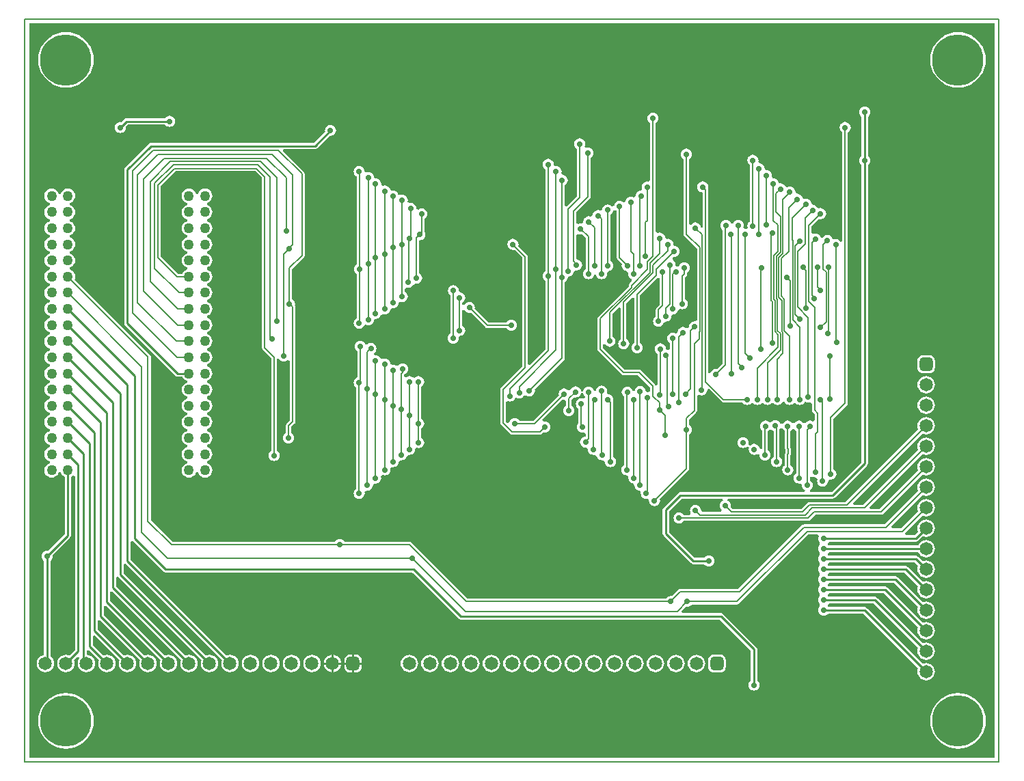
<source format=gbl>
G04*
G04 #@! TF.GenerationSoftware,Altium Limited,Altium Designer,19.1.9 (167)*
G04*
G04 Layer_Physical_Order=2*
G04 Layer_Color=16711680*
%FSLAX25Y25*%
%MOIN*%
G70*
G01*
G75*
%ADD13C,0.00500*%
%ADD15C,0.01000*%
%ADD16C,0.00600*%
%ADD17C,0.00800*%
%ADD56C,0.05000*%
G04:AMPARAMS|DCode=57|XSize=65mil|YSize=65mil|CornerRadius=16.25mil|HoleSize=0mil|Usage=FLASHONLY|Rotation=90.000|XOffset=0mil|YOffset=0mil|HoleType=Round|Shape=RoundedRectangle|*
%AMROUNDEDRECTD57*
21,1,0.06500,0.03250,0,0,90.0*
21,1,0.03250,0.06500,0,0,90.0*
1,1,0.03250,0.01625,0.01625*
1,1,0.03250,0.01625,-0.01625*
1,1,0.03250,-0.01625,-0.01625*
1,1,0.03250,-0.01625,0.01625*
%
%ADD57ROUNDEDRECTD57*%
%ADD58C,0.06500*%
G04:AMPARAMS|DCode=59|XSize=65mil|YSize=65mil|CornerRadius=16.25mil|HoleSize=0mil|Usage=FLASHONLY|Rotation=180.000|XOffset=0mil|YOffset=0mil|HoleType=Round|Shape=RoundedRectangle|*
%AMROUNDEDRECTD59*
21,1,0.06500,0.03250,0,0,180.0*
21,1,0.03250,0.06500,0,0,180.0*
1,1,0.03250,-0.01625,0.01625*
1,1,0.03250,0.01625,0.01625*
1,1,0.03250,0.01625,-0.01625*
1,1,0.03250,-0.01625,-0.01625*
%
%ADD59ROUNDEDRECTD59*%
%ADD60C,0.25000*%
%ADD61C,0.02800*%
G36*
X472961Y2039D02*
X2039D01*
Y360461D01*
X472961D01*
X472961Y2039D01*
D02*
G37*
%LPC*%
G36*
X455000Y356042D02*
X452882Y355875D01*
X450815Y355379D01*
X448852Y354566D01*
X447040Y353455D01*
X445425Y352076D01*
X444044Y350460D01*
X442934Y348648D01*
X442121Y346685D01*
X441625Y344618D01*
X441458Y342500D01*
X441625Y340382D01*
X442121Y338315D01*
X442934Y336352D01*
X444044Y334540D01*
X445425Y332925D01*
X447040Y331544D01*
X448852Y330434D01*
X450815Y329621D01*
X452882Y329125D01*
X455000Y328958D01*
X457118Y329125D01*
X459185Y329621D01*
X461148Y330434D01*
X462960Y331544D01*
X464575Y332925D01*
X465955Y334540D01*
X467066Y336352D01*
X467879Y338315D01*
X468375Y340382D01*
X468542Y342500D01*
X468375Y344618D01*
X467879Y346685D01*
X467066Y348648D01*
X465955Y350460D01*
X464575Y352076D01*
X462960Y353455D01*
X461148Y354566D01*
X459185Y355379D01*
X457118Y355875D01*
X455000Y356042D01*
D02*
G37*
G36*
X20000D02*
X17882Y355875D01*
X15815Y355379D01*
X13852Y354566D01*
X12040Y353455D01*
X10424Y352076D01*
X9044Y350460D01*
X7934Y348648D01*
X7121Y346685D01*
X6625Y344618D01*
X6458Y342500D01*
X6625Y340382D01*
X7121Y338315D01*
X7934Y336352D01*
X9044Y334540D01*
X10424Y332925D01*
X12040Y331544D01*
X13852Y330434D01*
X15815Y329621D01*
X17882Y329125D01*
X20000Y328958D01*
X22118Y329125D01*
X24185Y329621D01*
X26148Y330434D01*
X27960Y331544D01*
X29575Y332925D01*
X30955Y334540D01*
X32066Y336352D01*
X32879Y338315D01*
X33375Y340382D01*
X33542Y342500D01*
X33375Y344618D01*
X32879Y346685D01*
X32066Y348648D01*
X30955Y350460D01*
X29575Y352076D01*
X27960Y353455D01*
X26148Y354566D01*
X24185Y355379D01*
X22118Y355875D01*
X20000Y356042D01*
D02*
G37*
G36*
X70500Y315195D02*
X69801Y315103D01*
X69151Y314833D01*
X68591Y314405D01*
X68300Y314025D01*
X49496D01*
X48911Y313909D01*
X48415Y313578D01*
X46974Y312137D01*
X46500Y312199D01*
X45801Y312107D01*
X45151Y311838D01*
X44592Y311408D01*
X44162Y310849D01*
X43893Y310199D01*
X43801Y309500D01*
X43893Y308801D01*
X44162Y308151D01*
X44592Y307592D01*
X45151Y307162D01*
X45801Y306893D01*
X46500Y306801D01*
X47199Y306893D01*
X47850Y307162D01*
X48408Y307592D01*
X48838Y308151D01*
X49107Y308801D01*
X49199Y309500D01*
X49137Y309974D01*
X50130Y310967D01*
X68300D01*
X68591Y310588D01*
X69151Y310159D01*
X69801Y309889D01*
X70500Y309797D01*
X71199Y309889D01*
X71850Y310159D01*
X72408Y310588D01*
X72838Y311146D01*
X73107Y311797D01*
X73199Y312496D01*
X73107Y313195D01*
X72838Y313846D01*
X72408Y314405D01*
X71850Y314833D01*
X71199Y315103D01*
X70500Y315195D01*
D02*
G37*
G36*
X149000Y310817D02*
X148301Y310725D01*
X147651Y310456D01*
X147091Y310027D01*
X146662Y309468D01*
X146393Y308817D01*
X146301Y308118D01*
X146363Y307644D01*
X140748Y302029D01*
X61500D01*
X60915Y301913D01*
X60419Y301581D01*
X48919Y290081D01*
X48587Y289585D01*
X48471Y289000D01*
Y214000D01*
X48587Y213415D01*
X48919Y212919D01*
X73419Y188419D01*
X73915Y188087D01*
X74500Y187971D01*
X76817D01*
X76920Y187722D01*
X77485Y186985D01*
X78222Y186420D01*
X79080Y186065D01*
Y185061D01*
X78222Y184706D01*
X77485Y184141D01*
X76920Y183404D01*
X76565Y182546D01*
X76444Y181626D01*
X76565Y180705D01*
X76920Y179848D01*
X77485Y179111D01*
X78222Y178546D01*
X79080Y178191D01*
Y177187D01*
X78222Y176832D01*
X77485Y176267D01*
X76920Y175530D01*
X76565Y174672D01*
X76444Y173752D01*
X76565Y172831D01*
X76920Y171974D01*
X77485Y171237D01*
X78222Y170672D01*
X79080Y170317D01*
Y169313D01*
X78222Y168958D01*
X77485Y168393D01*
X76920Y167656D01*
X76565Y166798D01*
X76444Y165878D01*
X76565Y164957D01*
X76920Y164100D01*
X77485Y163363D01*
X78222Y162798D01*
X79080Y162443D01*
Y161439D01*
X78222Y161084D01*
X77485Y160519D01*
X76920Y159782D01*
X76565Y158924D01*
X76444Y158004D01*
X76565Y157083D01*
X76920Y156226D01*
X77485Y155489D01*
X78222Y154924D01*
X79080Y154569D01*
Y153565D01*
X78222Y153210D01*
X77485Y152645D01*
X76920Y151908D01*
X76565Y151050D01*
X76444Y150130D01*
X76565Y149209D01*
X76920Y148352D01*
X77485Y147615D01*
X78222Y147050D01*
X79080Y146695D01*
Y145691D01*
X78222Y145336D01*
X77485Y144771D01*
X76920Y144034D01*
X76565Y143176D01*
X76444Y142256D01*
X76565Y141335D01*
X76920Y140478D01*
X77485Y139741D01*
X78222Y139176D01*
X79080Y138821D01*
X80000Y138699D01*
X80920Y138821D01*
X81778Y139176D01*
X82515Y139741D01*
X83080Y140478D01*
X83435Y141335D01*
X84439D01*
X84794Y140478D01*
X85359Y139741D01*
X86096Y139176D01*
X86954Y138821D01*
X87874Y138699D01*
X88794Y138821D01*
X89652Y139176D01*
X90389Y139741D01*
X90954Y140478D01*
X91309Y141335D01*
X91430Y142256D01*
X91309Y143176D01*
X90954Y144034D01*
X90389Y144771D01*
X89652Y145336D01*
X88794Y145691D01*
Y146695D01*
X89652Y147050D01*
X90389Y147615D01*
X90954Y148352D01*
X91309Y149209D01*
X91430Y150130D01*
X91309Y151050D01*
X90954Y151908D01*
X90389Y152645D01*
X89652Y153210D01*
X88794Y153565D01*
Y154569D01*
X89652Y154924D01*
X90389Y155489D01*
X90954Y156226D01*
X91309Y157083D01*
X91430Y158004D01*
X91309Y158924D01*
X90954Y159782D01*
X90389Y160519D01*
X89652Y161084D01*
X88794Y161439D01*
Y162443D01*
X89652Y162798D01*
X90389Y163363D01*
X90954Y164100D01*
X91309Y164957D01*
X91430Y165878D01*
X91309Y166798D01*
X90954Y167656D01*
X90389Y168393D01*
X89652Y168958D01*
X88794Y169313D01*
Y170317D01*
X89652Y170672D01*
X90389Y171237D01*
X90954Y171974D01*
X91309Y172831D01*
X91430Y173752D01*
X91309Y174672D01*
X90954Y175530D01*
X90389Y176267D01*
X89652Y176832D01*
X88794Y177187D01*
Y178191D01*
X89652Y178546D01*
X90389Y179111D01*
X90954Y179848D01*
X91309Y180705D01*
X91430Y181626D01*
X91309Y182546D01*
X90954Y183404D01*
X90389Y184141D01*
X89652Y184706D01*
X88794Y185061D01*
Y186065D01*
X89652Y186420D01*
X90389Y186985D01*
X90954Y187722D01*
X91309Y188579D01*
X91430Y189500D01*
X91309Y190420D01*
X90954Y191278D01*
X90389Y192015D01*
X89652Y192580D01*
X88794Y192935D01*
Y193939D01*
X89652Y194294D01*
X90389Y194859D01*
X90954Y195596D01*
X91309Y196453D01*
X91430Y197374D01*
X91309Y198294D01*
X90954Y199152D01*
X90389Y199889D01*
X89652Y200454D01*
X88794Y200809D01*
Y201813D01*
X89652Y202168D01*
X90389Y202733D01*
X90954Y203470D01*
X91309Y204328D01*
X91430Y205248D01*
X91309Y206169D01*
X90954Y207026D01*
X90389Y207763D01*
X89652Y208328D01*
X88794Y208683D01*
Y209687D01*
X89652Y210042D01*
X90389Y210607D01*
X90954Y211344D01*
X91309Y212202D01*
X91430Y213122D01*
X91309Y214042D01*
X90954Y214900D01*
X90389Y215637D01*
X89652Y216202D01*
X88794Y216557D01*
Y217561D01*
X89652Y217916D01*
X90389Y218481D01*
X90954Y219218D01*
X91309Y220076D01*
X91430Y220996D01*
X91309Y221917D01*
X90954Y222774D01*
X90389Y223511D01*
X89652Y224076D01*
X88794Y224431D01*
Y225435D01*
X89652Y225790D01*
X90389Y226355D01*
X90954Y227092D01*
X91309Y227950D01*
X91430Y228870D01*
X91309Y229790D01*
X90954Y230648D01*
X90389Y231385D01*
X89652Y231950D01*
X88794Y232305D01*
Y233309D01*
X89652Y233664D01*
X90389Y234229D01*
X90954Y234966D01*
X91309Y235824D01*
X91430Y236744D01*
X91309Y237665D01*
X90954Y238522D01*
X90389Y239259D01*
X89652Y239824D01*
X88794Y240179D01*
Y241183D01*
X89652Y241538D01*
X90389Y242103D01*
X90954Y242840D01*
X91309Y243698D01*
X91430Y244618D01*
X91309Y245539D01*
X90954Y246396D01*
X90389Y247133D01*
X89652Y247698D01*
X88794Y248053D01*
Y249057D01*
X89652Y249412D01*
X90389Y249977D01*
X90954Y250714D01*
X91309Y251572D01*
X91430Y252492D01*
X91309Y253413D01*
X90954Y254270D01*
X90389Y255007D01*
X89652Y255572D01*
X88794Y255927D01*
Y256931D01*
X89652Y257286D01*
X90389Y257851D01*
X90954Y258588D01*
X91309Y259446D01*
X91430Y260366D01*
X91309Y261287D01*
X90954Y262144D01*
X90389Y262881D01*
X89652Y263446D01*
X88794Y263801D01*
Y264805D01*
X89652Y265160D01*
X90389Y265725D01*
X90954Y266462D01*
X91309Y267320D01*
X91430Y268240D01*
X91309Y269161D01*
X90954Y270018D01*
X90389Y270755D01*
X89652Y271320D01*
X88794Y271675D01*
Y272679D01*
X89652Y273034D01*
X90389Y273599D01*
X90954Y274336D01*
X91309Y275194D01*
X91430Y276114D01*
X91309Y277035D01*
X90954Y277892D01*
X90389Y278629D01*
X89652Y279194D01*
X88794Y279549D01*
X87874Y279671D01*
X86954Y279549D01*
X86096Y279194D01*
X85359Y278629D01*
X84794Y277892D01*
X84439Y277035D01*
X83435D01*
X83080Y277892D01*
X82515Y278629D01*
X81778Y279194D01*
X80920Y279549D01*
X80000Y279671D01*
X79080Y279549D01*
X78222Y279194D01*
X77485Y278629D01*
X76920Y277892D01*
X76565Y277035D01*
X76444Y276114D01*
X76565Y275194D01*
X76920Y274336D01*
X77485Y273599D01*
X78222Y273034D01*
X79080Y272679D01*
Y271675D01*
X78222Y271320D01*
X77485Y270755D01*
X76920Y270018D01*
X76565Y269161D01*
X76444Y268240D01*
X76565Y267320D01*
X76920Y266462D01*
X77485Y265725D01*
X78222Y265160D01*
X79080Y264805D01*
Y263801D01*
X78222Y263446D01*
X77485Y262881D01*
X76920Y262144D01*
X76565Y261287D01*
X76444Y260366D01*
X76565Y259446D01*
X76920Y258588D01*
X77485Y257851D01*
X78222Y257286D01*
X79080Y256931D01*
Y255927D01*
X78222Y255572D01*
X77485Y255007D01*
X76920Y254270D01*
X76565Y253413D01*
X76444Y252492D01*
X76565Y251572D01*
X76920Y250714D01*
X77485Y249977D01*
X78222Y249412D01*
X79080Y249057D01*
Y248053D01*
X78222Y247698D01*
X77485Y247133D01*
X76920Y246396D01*
X76565Y245539D01*
X76444Y244618D01*
X76565Y243698D01*
X76920Y242840D01*
X77485Y242103D01*
X78222Y241538D01*
X79080Y241183D01*
Y240179D01*
X78222Y239824D01*
X77485Y239259D01*
X76920Y238522D01*
X76732Y238070D01*
X74805D01*
X66325Y246549D01*
Y280951D01*
X73549Y288175D01*
X112451D01*
X115674Y284951D01*
Y202000D01*
X115775Y201493D01*
X116063Y201063D01*
X120175Y196951D01*
Y151847D01*
X120150Y151838D01*
X119591Y151409D01*
X119162Y150849D01*
X118893Y150199D01*
X118801Y149500D01*
X118893Y148801D01*
X119162Y148151D01*
X119591Y147591D01*
X120150Y147162D01*
X120801Y146893D01*
X121500Y146801D01*
X122199Y146893D01*
X122850Y147162D01*
X123408Y147591D01*
X123837Y148151D01*
X124107Y148801D01*
X124199Y149500D01*
X124107Y150199D01*
X123837Y150849D01*
X123408Y151409D01*
X122850Y151838D01*
X122826Y151847D01*
Y196708D01*
X123826Y196907D01*
X123962Y196576D01*
X124391Y196017D01*
X124951Y195588D01*
X125601Y195319D01*
X126300Y195227D01*
X126999Y195319D01*
X127649Y195588D01*
X128174Y195991D01*
X128334Y195967D01*
X129174Y195633D01*
Y166549D01*
X127657Y165032D01*
X127370Y164602D01*
X127269Y164094D01*
Y160347D01*
X127245Y160337D01*
X126686Y159908D01*
X126257Y159350D01*
X125987Y158699D01*
X125895Y158000D01*
X125987Y157301D01*
X126257Y156650D01*
X126686Y156091D01*
X127245Y155663D01*
X127896Y155393D01*
X128595Y155301D01*
X129293Y155393D01*
X129944Y155663D01*
X130503Y156091D01*
X130932Y156650D01*
X131202Y157301D01*
X131294Y158000D01*
X131202Y158699D01*
X130932Y159350D01*
X130503Y159908D01*
X129944Y160337D01*
X129920Y160347D01*
Y163546D01*
X131437Y165063D01*
X131725Y165493D01*
X131825Y166000D01*
Y222000D01*
X131725Y222507D01*
X131577Y222728D01*
X131607Y222801D01*
X131699Y223500D01*
X131607Y224199D01*
X131337Y224850D01*
X130909Y225409D01*
X130350Y225837D01*
X130325Y225847D01*
Y240378D01*
X136063Y246115D01*
X136351Y246546D01*
X136451Y247053D01*
Y286874D01*
X136351Y287381D01*
X136063Y287811D01*
X125828Y298047D01*
X126210Y298971D01*
X141382D01*
X141967Y299087D01*
X142463Y299419D01*
X148526Y305481D01*
X149000Y305419D01*
X149699Y305511D01*
X150349Y305781D01*
X150909Y306210D01*
X151338Y306769D01*
X151607Y307419D01*
X151699Y308118D01*
X151607Y308817D01*
X151338Y309468D01*
X150909Y310027D01*
X150349Y310456D01*
X149699Y310725D01*
X149000Y310817D01*
D02*
G37*
G36*
X20945Y279671D02*
X20024Y279549D01*
X19167Y279194D01*
X18430Y278629D01*
X17865Y277892D01*
X17510Y277035D01*
X16506D01*
X16151Y277892D01*
X15586Y278629D01*
X14849Y279194D01*
X13991Y279549D01*
X13071Y279671D01*
X12150Y279549D01*
X11293Y279194D01*
X10556Y278629D01*
X9991Y277892D01*
X9636Y277035D01*
X9515Y276114D01*
X9636Y275194D01*
X9991Y274336D01*
X10556Y273599D01*
X11293Y273034D01*
X12150Y272679D01*
Y271675D01*
X11293Y271320D01*
X10556Y270755D01*
X9991Y270018D01*
X9636Y269161D01*
X9515Y268240D01*
X9636Y267320D01*
X9991Y266462D01*
X10556Y265725D01*
X11293Y265160D01*
X12150Y264805D01*
Y263801D01*
X11293Y263446D01*
X10556Y262881D01*
X9991Y262144D01*
X9636Y261287D01*
X9515Y260366D01*
X9636Y259446D01*
X9991Y258588D01*
X10556Y257851D01*
X11293Y257286D01*
X12150Y256931D01*
Y255927D01*
X11293Y255572D01*
X10556Y255007D01*
X9991Y254270D01*
X9636Y253413D01*
X9515Y252492D01*
X9636Y251572D01*
X9991Y250714D01*
X10556Y249977D01*
X11293Y249412D01*
X12150Y249057D01*
Y248053D01*
X11293Y247698D01*
X10556Y247133D01*
X9991Y246396D01*
X9636Y245539D01*
X9515Y244618D01*
X9636Y243698D01*
X9991Y242840D01*
X10556Y242103D01*
X11293Y241538D01*
X12150Y241183D01*
Y240179D01*
X11293Y239824D01*
X10556Y239259D01*
X9991Y238522D01*
X9636Y237665D01*
X9515Y236744D01*
X9636Y235824D01*
X9991Y234966D01*
X10556Y234229D01*
X11293Y233664D01*
X12150Y233309D01*
Y232305D01*
X11293Y231950D01*
X10556Y231385D01*
X9991Y230648D01*
X9636Y229790D01*
X9515Y228870D01*
X9636Y227950D01*
X9991Y227092D01*
X10556Y226355D01*
X11293Y225790D01*
X12150Y225435D01*
Y224431D01*
X11293Y224076D01*
X10556Y223511D01*
X9991Y222774D01*
X9636Y221917D01*
X9515Y220996D01*
X9636Y220076D01*
X9991Y219218D01*
X10556Y218481D01*
X11293Y217916D01*
X12150Y217561D01*
Y216557D01*
X11293Y216202D01*
X10556Y215637D01*
X9991Y214900D01*
X9636Y214042D01*
X9515Y213122D01*
X9636Y212202D01*
X9991Y211344D01*
X10556Y210607D01*
X11293Y210042D01*
X12150Y209687D01*
Y208683D01*
X11293Y208328D01*
X10556Y207763D01*
X9991Y207026D01*
X9636Y206169D01*
X9515Y205248D01*
X9636Y204328D01*
X9991Y203470D01*
X10556Y202733D01*
X11293Y202168D01*
X12150Y201813D01*
Y200809D01*
X11293Y200454D01*
X10556Y199889D01*
X9991Y199152D01*
X9636Y198294D01*
X9515Y197374D01*
X9636Y196453D01*
X9991Y195596D01*
X10556Y194859D01*
X11293Y194294D01*
X12150Y193939D01*
Y192935D01*
X11293Y192580D01*
X10556Y192015D01*
X9991Y191278D01*
X9636Y190420D01*
X9515Y189500D01*
X9636Y188579D01*
X9991Y187722D01*
X10556Y186985D01*
X11293Y186420D01*
X12150Y186065D01*
Y185061D01*
X11293Y184706D01*
X10556Y184141D01*
X9991Y183404D01*
X9636Y182546D01*
X9515Y181626D01*
X9636Y180705D01*
X9991Y179848D01*
X10556Y179111D01*
X11293Y178546D01*
X12150Y178191D01*
Y177187D01*
X11293Y176832D01*
X10556Y176267D01*
X9991Y175530D01*
X9636Y174672D01*
X9515Y173752D01*
X9636Y172831D01*
X9991Y171974D01*
X10556Y171237D01*
X11293Y170672D01*
X12150Y170317D01*
Y169313D01*
X11293Y168958D01*
X10556Y168393D01*
X9991Y167656D01*
X9636Y166798D01*
X9515Y165878D01*
X9636Y164957D01*
X9991Y164100D01*
X10556Y163363D01*
X11293Y162798D01*
X12150Y162443D01*
Y161439D01*
X11293Y161084D01*
X10556Y160519D01*
X9991Y159782D01*
X9636Y158924D01*
X9515Y158004D01*
X9636Y157083D01*
X9991Y156226D01*
X10556Y155489D01*
X11293Y154924D01*
X12150Y154569D01*
Y153565D01*
X11293Y153210D01*
X10556Y152645D01*
X9991Y151908D01*
X9636Y151050D01*
X9515Y150130D01*
X9636Y149209D01*
X9991Y148352D01*
X10556Y147615D01*
X11293Y147050D01*
X12150Y146695D01*
Y145691D01*
X11293Y145336D01*
X10556Y144771D01*
X9991Y144034D01*
X9636Y143176D01*
X9515Y142256D01*
X9636Y141335D01*
X9991Y140478D01*
X10556Y139741D01*
X11293Y139176D01*
X12150Y138821D01*
X13071Y138699D01*
X13991Y138821D01*
X14849Y139176D01*
X15586Y139741D01*
X16151Y140478D01*
X16506Y141335D01*
X17510D01*
X17865Y140478D01*
X18430Y139741D01*
X19167Y139176D01*
X19415Y139073D01*
Y111078D01*
X11341Y103004D01*
X10867Y103066D01*
X10168Y102974D01*
X9517Y102704D01*
X8958Y102276D01*
X8529Y101716D01*
X8260Y101066D01*
X8168Y100367D01*
X8260Y99668D01*
X8529Y99018D01*
X8958Y98458D01*
X9338Y98168D01*
Y52200D01*
X8890Y52141D01*
X7857Y51712D01*
X6969Y51031D01*
X6288Y50143D01*
X5859Y49110D01*
X5713Y48000D01*
X5859Y46891D01*
X6288Y45857D01*
X6969Y44969D01*
X7857Y44288D01*
X8890Y43859D01*
X10000Y43713D01*
X11109Y43859D01*
X12143Y44288D01*
X13031Y44969D01*
X13712Y45857D01*
X14141Y46891D01*
X14287Y48000D01*
X14141Y49110D01*
X13712Y50143D01*
X13031Y51031D01*
X12396Y51518D01*
Y98168D01*
X12776Y98458D01*
X13204Y99018D01*
X13474Y99668D01*
X13566Y100367D01*
X13504Y100841D01*
X22026Y109363D01*
X22358Y109860D01*
X22474Y110445D01*
Y139073D01*
X22723Y139176D01*
X23460Y139741D01*
X23471Y139755D01*
X24471Y139416D01*
Y54633D01*
X21723Y51886D01*
X21110Y52141D01*
X20000Y52287D01*
X18891Y52141D01*
X17857Y51712D01*
X16969Y51031D01*
X16288Y50143D01*
X15859Y49110D01*
X15713Y48000D01*
X15859Y46891D01*
X16288Y45857D01*
X16969Y44969D01*
X17857Y44288D01*
X18891Y43859D01*
X20000Y43713D01*
X21110Y43859D01*
X22143Y44288D01*
X23031Y44969D01*
X23712Y45857D01*
X24141Y46891D01*
X24287Y48000D01*
X24141Y49110D01*
X23886Y49723D01*
X25446Y51283D01*
X26538Y50961D01*
X26621Y50577D01*
X26288Y50143D01*
X25859Y49110D01*
X25713Y48000D01*
X25859Y46891D01*
X26288Y45857D01*
X26969Y44969D01*
X27857Y44288D01*
X28890Y43859D01*
X30000Y43713D01*
X31109Y43859D01*
X32143Y44288D01*
X33031Y44969D01*
X33712Y45857D01*
X34141Y46891D01*
X34287Y48000D01*
X34141Y49110D01*
X33712Y50143D01*
X33031Y51031D01*
X32143Y51712D01*
X31109Y52141D01*
X30029Y52283D01*
Y54394D01*
X31029Y54808D01*
X36114Y49723D01*
X35859Y49110D01*
X35713Y48000D01*
X35859Y46891D01*
X36288Y45857D01*
X36969Y44969D01*
X37857Y44288D01*
X38890Y43859D01*
X40000Y43713D01*
X41109Y43859D01*
X42143Y44288D01*
X43031Y44969D01*
X43712Y45857D01*
X44141Y46891D01*
X44287Y48000D01*
X44141Y49110D01*
X43712Y50143D01*
X43031Y51031D01*
X42143Y51712D01*
X41109Y52141D01*
X40000Y52287D01*
X38890Y52141D01*
X38277Y51886D01*
X33029Y57134D01*
Y61501D01*
X33953Y61884D01*
X46114Y49723D01*
X45859Y49110D01*
X45713Y48000D01*
X45859Y46891D01*
X46288Y45857D01*
X46969Y44969D01*
X47857Y44288D01*
X48891Y43859D01*
X50000Y43713D01*
X51109Y43859D01*
X52143Y44288D01*
X53031Y44969D01*
X53712Y45857D01*
X54141Y46891D01*
X54287Y48000D01*
X54141Y49110D01*
X53712Y50143D01*
X53031Y51031D01*
X52143Y51712D01*
X51109Y52141D01*
X50000Y52287D01*
X48891Y52141D01*
X48277Y51886D01*
X35529Y64634D01*
Y68893D01*
X36529Y69308D01*
X56114Y49723D01*
X55859Y49110D01*
X55713Y48000D01*
X55859Y46891D01*
X56288Y45857D01*
X56969Y44969D01*
X57857Y44288D01*
X58890Y43859D01*
X60000Y43713D01*
X61110Y43859D01*
X62143Y44288D01*
X63031Y44969D01*
X63712Y45857D01*
X64141Y46891D01*
X64287Y48000D01*
X64141Y49110D01*
X63712Y50143D01*
X63031Y51031D01*
X62143Y51712D01*
X61110Y52141D01*
X60000Y52287D01*
X58890Y52141D01*
X58277Y51886D01*
X38529Y71633D01*
Y75893D01*
X39529Y76308D01*
X66114Y49723D01*
X65859Y49110D01*
X65713Y48000D01*
X65859Y46891D01*
X66288Y45857D01*
X66969Y44969D01*
X67857Y44288D01*
X68891Y43859D01*
X70000Y43713D01*
X71109Y43859D01*
X72143Y44288D01*
X73031Y44969D01*
X73712Y45857D01*
X74141Y46891D01*
X74287Y48000D01*
X74141Y49110D01*
X73712Y50143D01*
X73031Y51031D01*
X72143Y51712D01*
X71109Y52141D01*
X70000Y52287D01*
X68891Y52141D01*
X68277Y51886D01*
X41529Y78633D01*
Y82894D01*
X42529Y83308D01*
X76114Y49723D01*
X75859Y49110D01*
X75713Y48000D01*
X75859Y46891D01*
X76288Y45857D01*
X76969Y44969D01*
X77857Y44288D01*
X78891Y43859D01*
X80000Y43713D01*
X81109Y43859D01*
X82143Y44288D01*
X83031Y44969D01*
X83712Y45857D01*
X84141Y46891D01*
X84287Y48000D01*
X84141Y49110D01*
X83712Y50143D01*
X83031Y51031D01*
X82143Y51712D01*
X81109Y52141D01*
X80000Y52287D01*
X78891Y52141D01*
X78277Y51886D01*
X44529Y85633D01*
Y89949D01*
X45073Y90236D01*
X45529Y90308D01*
X86114Y49723D01*
X85859Y49110D01*
X85713Y48000D01*
X85859Y46891D01*
X86288Y45857D01*
X86969Y44969D01*
X87857Y44288D01*
X88890Y43859D01*
X90000Y43713D01*
X91110Y43859D01*
X92143Y44288D01*
X93031Y44969D01*
X93712Y45857D01*
X94141Y46891D01*
X94287Y48000D01*
X94141Y49110D01*
X93712Y50143D01*
X93031Y51031D01*
X92143Y51712D01*
X91110Y52141D01*
X90000Y52287D01*
X88890Y52141D01*
X88277Y51886D01*
X48029Y92133D01*
Y96449D01*
X48573Y96736D01*
X49029Y96808D01*
X96114Y49723D01*
X95859Y49110D01*
X95713Y48000D01*
X95859Y46891D01*
X96288Y45857D01*
X96969Y44969D01*
X97857Y44288D01*
X98891Y43859D01*
X100000Y43713D01*
X101110Y43859D01*
X102143Y44288D01*
X103031Y44969D01*
X103712Y45857D01*
X104141Y46891D01*
X104287Y48000D01*
X104141Y49110D01*
X103712Y50143D01*
X103031Y51031D01*
X102143Y51712D01*
X101110Y52141D01*
X100000Y52287D01*
X98891Y52141D01*
X98277Y51886D01*
X51529Y98633D01*
Y107449D01*
X52073Y107736D01*
X52529Y107808D01*
X67419Y92919D01*
X67915Y92587D01*
X68500Y92471D01*
X188866D01*
X211419Y69919D01*
X211915Y69587D01*
X212500Y69471D01*
X338866D01*
X353971Y54366D01*
Y39700D01*
X353591Y39408D01*
X353163Y38849D01*
X352893Y38199D01*
X352801Y37500D01*
X352893Y36801D01*
X353163Y36151D01*
X353591Y35592D01*
X354151Y35162D01*
X354801Y34893D01*
X355500Y34801D01*
X356199Y34893D01*
X356850Y35162D01*
X357408Y35592D01*
X357838Y36151D01*
X358107Y36801D01*
X358199Y37500D01*
X358107Y38199D01*
X357838Y38849D01*
X357408Y39408D01*
X357029Y39700D01*
Y55000D01*
X356913Y55585D01*
X356581Y56081D01*
X340581Y72081D01*
X340085Y72413D01*
X339500Y72529D01*
X320557D01*
X320174Y73453D01*
X322351Y75630D01*
X322952Y75551D01*
X323651Y75643D01*
X324302Y75912D01*
X324861Y76341D01*
X325230Y76823D01*
X347250D01*
X347250Y76823D01*
X347796Y76931D01*
X348259Y77241D01*
X382091Y111073D01*
X386461D01*
X386696Y110832D01*
X387052Y110073D01*
X386897Y109699D01*
X386805Y109000D01*
X386897Y108301D01*
X387167Y107650D01*
X387562Y107135D01*
X387595Y107075D01*
Y105925D01*
X387562Y105865D01*
X387167Y105350D01*
X386897Y104699D01*
X386805Y104000D01*
X386897Y103301D01*
X387167Y102650D01*
X387562Y102135D01*
X387595Y102075D01*
Y100925D01*
X387562Y100865D01*
X387167Y100349D01*
X386897Y99699D01*
X386805Y99000D01*
X386897Y98301D01*
X387167Y97650D01*
X387562Y97135D01*
X387595Y97075D01*
Y95925D01*
X387562Y95865D01*
X387167Y95350D01*
X386897Y94699D01*
X386805Y94000D01*
X386897Y93301D01*
X387167Y92651D01*
X387562Y92135D01*
X387595Y92075D01*
Y90925D01*
X387562Y90865D01*
X387167Y90350D01*
X386897Y89699D01*
X386805Y89000D01*
X386897Y88301D01*
X387167Y87651D01*
X387562Y87135D01*
X387595Y87075D01*
Y85925D01*
X387562Y85865D01*
X387167Y85350D01*
X386897Y84699D01*
X386805Y84000D01*
X386897Y83301D01*
X387167Y82651D01*
X387562Y82135D01*
X387595Y82075D01*
Y80925D01*
X387562Y80865D01*
X387167Y80349D01*
X386897Y79699D01*
X386805Y79000D01*
X386897Y78301D01*
X387167Y77650D01*
X387562Y77135D01*
X387595Y77075D01*
Y75925D01*
X387562Y75865D01*
X387167Y75349D01*
X386897Y74699D01*
X386805Y74000D01*
X386897Y73301D01*
X387167Y72650D01*
X387595Y72092D01*
X388154Y71662D01*
X388805Y71393D01*
X389504Y71301D01*
X390202Y71393D01*
X390854Y71662D01*
X391412Y72092D01*
X391703Y72471D01*
X408867D01*
X435614Y45723D01*
X435359Y45110D01*
X435213Y44000D01*
X435359Y42891D01*
X435788Y41857D01*
X436469Y40969D01*
X437357Y40288D01*
X438390Y39859D01*
X439500Y39713D01*
X440610Y39859D01*
X441643Y40288D01*
X442531Y40969D01*
X443212Y41857D01*
X443641Y42891D01*
X443787Y44000D01*
X443641Y45110D01*
X443212Y46143D01*
X442531Y47031D01*
X441643Y47712D01*
X440610Y48141D01*
X439500Y48287D01*
X438390Y48141D01*
X437777Y47886D01*
X410581Y75081D01*
X410085Y75413D01*
X409500Y75529D01*
X391703D01*
X391446Y75865D01*
X391412Y75925D01*
Y76591D01*
X392249Y77471D01*
X413867D01*
X435614Y55723D01*
X435359Y55110D01*
X435213Y54000D01*
X435359Y52890D01*
X435788Y51857D01*
X436469Y50969D01*
X437357Y50288D01*
X438390Y49859D01*
X439500Y49713D01*
X440610Y49859D01*
X441643Y50288D01*
X442531Y50969D01*
X443212Y51857D01*
X443641Y52890D01*
X443787Y54000D01*
X443641Y55110D01*
X443212Y56143D01*
X442531Y57031D01*
X441643Y57712D01*
X440610Y58141D01*
X439500Y58287D01*
X438390Y58141D01*
X437777Y57886D01*
X415581Y80081D01*
X415085Y80413D01*
X414500Y80529D01*
X391703D01*
X391446Y80865D01*
X391412Y80925D01*
Y81591D01*
X392249Y82471D01*
X418866D01*
X435614Y65723D01*
X435359Y65109D01*
X435213Y64000D01*
X435359Y62890D01*
X435788Y61857D01*
X436469Y60969D01*
X437357Y60288D01*
X438390Y59859D01*
X439500Y59713D01*
X440610Y59859D01*
X441643Y60288D01*
X442531Y60969D01*
X443212Y61857D01*
X443641Y62890D01*
X443787Y64000D01*
X443641Y65109D01*
X443212Y66143D01*
X442531Y67031D01*
X441643Y67712D01*
X440610Y68141D01*
X439500Y68287D01*
X438390Y68141D01*
X437777Y67886D01*
X420581Y85081D01*
X420085Y85413D01*
X419500Y85529D01*
X391703D01*
X391446Y85865D01*
X391412Y85925D01*
Y86591D01*
X392249Y87471D01*
X423867D01*
X435614Y75723D01*
X435359Y75109D01*
X435213Y74000D01*
X435359Y72891D01*
X435788Y71857D01*
X436469Y70969D01*
X437357Y70288D01*
X438390Y69859D01*
X439500Y69713D01*
X440610Y69859D01*
X441643Y70288D01*
X442531Y70969D01*
X443212Y71857D01*
X443641Y72891D01*
X443787Y74000D01*
X443641Y75109D01*
X443212Y76143D01*
X442531Y77031D01*
X441643Y77712D01*
X440610Y78141D01*
X439500Y78287D01*
X438390Y78141D01*
X437777Y77886D01*
X425581Y90081D01*
X425085Y90413D01*
X424500Y90529D01*
X391703D01*
X391446Y90865D01*
X391412Y90925D01*
Y91591D01*
X392249Y92471D01*
X428866D01*
X435614Y85723D01*
X435359Y85110D01*
X435213Y84000D01*
X435359Y82890D01*
X435788Y81857D01*
X436469Y80969D01*
X437357Y80288D01*
X438390Y79859D01*
X439500Y79713D01*
X440610Y79859D01*
X441643Y80288D01*
X442531Y80969D01*
X443212Y81857D01*
X443641Y82890D01*
X443787Y84000D01*
X443641Y85110D01*
X443212Y86143D01*
X442531Y87031D01*
X441643Y87712D01*
X440610Y88141D01*
X439500Y88287D01*
X438390Y88141D01*
X437777Y87886D01*
X430581Y95081D01*
X430085Y95413D01*
X429500Y95529D01*
X391703D01*
X391446Y95865D01*
X391412Y95925D01*
Y96591D01*
X392249Y97471D01*
X433867D01*
X435614Y95723D01*
X435359Y95109D01*
X435213Y94000D01*
X435359Y92891D01*
X435788Y91857D01*
X436469Y90969D01*
X437357Y90288D01*
X438390Y89859D01*
X439500Y89713D01*
X440610Y89859D01*
X441643Y90288D01*
X442531Y90969D01*
X443212Y91857D01*
X443641Y92891D01*
X443787Y94000D01*
X443641Y95109D01*
X443212Y96143D01*
X442531Y97031D01*
X441643Y97712D01*
X440610Y98141D01*
X439500Y98287D01*
X438390Y98141D01*
X437777Y97886D01*
X435581Y100081D01*
X435085Y100413D01*
X434500Y100529D01*
X391703D01*
X391446Y100865D01*
X391412Y100925D01*
Y101591D01*
X392249Y102471D01*
X435533D01*
X435788Y101857D01*
X436469Y100969D01*
X437357Y100288D01*
X438390Y99859D01*
X439500Y99713D01*
X440610Y99859D01*
X441643Y100288D01*
X442531Y100969D01*
X443212Y101857D01*
X443641Y102891D01*
X443787Y104000D01*
X443641Y105110D01*
X443212Y106143D01*
X442531Y107031D01*
X441643Y107712D01*
X440610Y108141D01*
X439500Y108287D01*
X438390Y108141D01*
X437357Y107712D01*
X436469Y107031D01*
X435788Y106143D01*
X435533Y105529D01*
X391703D01*
X391446Y105865D01*
X391412Y105925D01*
Y106591D01*
X392249Y107471D01*
X434500D01*
X435085Y107587D01*
X435581Y107919D01*
X437777Y110114D01*
X438390Y109859D01*
X439500Y109713D01*
X440610Y109859D01*
X441643Y110288D01*
X442531Y110969D01*
X443212Y111857D01*
X443641Y112891D01*
X443787Y114000D01*
X443641Y115110D01*
X443212Y116143D01*
X442531Y117031D01*
X441643Y117712D01*
X440610Y118141D01*
X439500Y118287D01*
X438390Y118141D01*
X437357Y117712D01*
X436469Y117031D01*
X435788Y116143D01*
X435359Y115110D01*
X435213Y114000D01*
X435359Y112891D01*
X435614Y112277D01*
X433867Y110529D01*
X429371D01*
X429057Y111363D01*
X429048Y111529D01*
X437675Y120156D01*
X438390Y119859D01*
X439500Y119713D01*
X440610Y119859D01*
X441643Y120288D01*
X442531Y120969D01*
X443212Y121857D01*
X443641Y122890D01*
X443787Y124000D01*
X443641Y125110D01*
X443212Y126143D01*
X442531Y127031D01*
X441643Y127712D01*
X440610Y128141D01*
X439500Y128287D01*
X438390Y128141D01*
X437357Y127712D01*
X436469Y127031D01*
X435788Y126143D01*
X435359Y125110D01*
X435213Y124000D01*
X435359Y122890D01*
X435656Y122175D01*
X427409Y113927D01*
X422753D01*
X422370Y114851D01*
X437675Y130156D01*
X438390Y129859D01*
X439500Y129713D01*
X440610Y129859D01*
X441643Y130288D01*
X442531Y130969D01*
X443212Y131857D01*
X443641Y132890D01*
X443787Y134000D01*
X443641Y135109D01*
X443212Y136143D01*
X442531Y137031D01*
X441643Y137712D01*
X440610Y138141D01*
X439500Y138287D01*
X438390Y138141D01*
X437357Y137712D01*
X436469Y137031D01*
X435788Y136143D01*
X435359Y135109D01*
X435213Y134000D01*
X435359Y132890D01*
X435656Y132175D01*
X419409Y115927D01*
X380000D01*
X380000Y115927D01*
X379454Y115819D01*
X378991Y115509D01*
X378991Y115509D01*
X347800Y84319D01*
X319571D01*
X319571Y84319D01*
X319025Y84210D01*
X318562Y83901D01*
X315500Y80838D01*
X314898Y80918D01*
X314200Y80826D01*
X313549Y80556D01*
X312990Y80127D01*
X312621Y79646D01*
X215873D01*
X188509Y107009D01*
X188046Y107319D01*
X187500Y107427D01*
X187500Y107427D01*
X155778D01*
X155409Y107908D01*
X154850Y108337D01*
X154199Y108607D01*
X153500Y108699D01*
X152801Y108607D01*
X152150Y108337D01*
X151592Y107908D01*
X151222Y107427D01*
X72091D01*
X61427Y118091D01*
Y197689D01*
X61427Y197689D01*
X61319Y198235D01*
X61009Y198698D01*
X61009Y198698D01*
X24235Y235473D01*
X24380Y235824D01*
X24501Y236744D01*
X24380Y237665D01*
X24025Y238522D01*
X23460Y239259D01*
X22723Y239824D01*
X21865Y240179D01*
Y241183D01*
X22723Y241538D01*
X23460Y242103D01*
X24025Y242840D01*
X24380Y243698D01*
X24501Y244618D01*
X24380Y245539D01*
X24025Y246396D01*
X23460Y247133D01*
X22723Y247698D01*
X21865Y248053D01*
Y249057D01*
X22723Y249412D01*
X23460Y249977D01*
X24025Y250714D01*
X24380Y251572D01*
X24501Y252492D01*
X24380Y253413D01*
X24025Y254270D01*
X23460Y255007D01*
X22723Y255572D01*
X21865Y255927D01*
Y256931D01*
X22723Y257286D01*
X23460Y257851D01*
X24025Y258588D01*
X24380Y259446D01*
X24501Y260366D01*
X24380Y261287D01*
X24025Y262144D01*
X23460Y262881D01*
X22723Y263446D01*
X21865Y263801D01*
Y264805D01*
X22723Y265160D01*
X23460Y265725D01*
X24025Y266462D01*
X24380Y267320D01*
X24501Y268240D01*
X24380Y269161D01*
X24025Y270018D01*
X23460Y270755D01*
X22723Y271320D01*
X21865Y271675D01*
Y272679D01*
X22723Y273034D01*
X23460Y273599D01*
X24025Y274336D01*
X24380Y275194D01*
X24501Y276114D01*
X24380Y277035D01*
X24025Y277892D01*
X23460Y278629D01*
X22723Y279194D01*
X21865Y279549D01*
X20945Y279671D01*
D02*
G37*
G36*
X163000Y290699D02*
X162301Y290607D01*
X161651Y290337D01*
X161091Y289909D01*
X160662Y289350D01*
X160393Y288699D01*
X160301Y288000D01*
X160393Y287301D01*
X160662Y286650D01*
X161091Y286091D01*
X161651Y285663D01*
X161775Y285611D01*
Y242747D01*
X161750Y242738D01*
X161191Y242308D01*
X160763Y241750D01*
X160493Y241099D01*
X160401Y240400D01*
X160493Y239701D01*
X160763Y239051D01*
X161191Y238492D01*
X161724Y238082D01*
Y216471D01*
X161651Y216440D01*
X161091Y216011D01*
X160662Y215452D01*
X160393Y214801D01*
X160301Y214102D01*
X160393Y213404D01*
X160662Y212753D01*
X161091Y212194D01*
X161651Y211765D01*
X162301Y211495D01*
X163000Y211403D01*
X163699Y211495D01*
X164349Y211765D01*
X164909Y212194D01*
X165313Y212721D01*
X165353Y212764D01*
X166080Y213289D01*
X166543Y213177D01*
X166801Y213070D01*
X167500Y212978D01*
X168199Y213070D01*
X168850Y213340D01*
X169409Y213769D01*
X169837Y214328D01*
X170107Y214979D01*
X170149Y215296D01*
X170213Y215685D01*
X171000Y216128D01*
X171699Y216220D01*
X172350Y216489D01*
X172908Y216918D01*
X173337Y217477D01*
X173510Y217894D01*
X173739Y218169D01*
X174658Y218452D01*
X174801Y218393D01*
X175500Y218301D01*
X176199Y218393D01*
X176849Y218663D01*
X177409Y219092D01*
X177838Y219651D01*
X178107Y220301D01*
X178144Y220583D01*
X178599Y221143D01*
X179162Y221345D01*
X179500Y221301D01*
X180199Y221393D01*
X180850Y221662D01*
X181409Y222092D01*
X181837Y222651D01*
X182107Y223301D01*
X182177Y223830D01*
X182666Y224225D01*
X183148Y224457D01*
X183301Y224393D01*
X184000Y224301D01*
X184699Y224393D01*
X185350Y224662D01*
X185908Y225092D01*
X186337Y225651D01*
X186607Y226301D01*
X186699Y227000D01*
X186607Y227699D01*
X186337Y228349D01*
X185908Y228908D01*
X185350Y229338D01*
X185326Y229347D01*
Y230715D01*
X186300Y231392D01*
X186326Y231390D01*
X187000Y231301D01*
X187699Y231393D01*
X188349Y231663D01*
X188909Y232091D01*
X189338Y232650D01*
X189401Y232804D01*
X190301Y233393D01*
X191000Y233301D01*
X191699Y233393D01*
X192350Y233663D01*
X192909Y234091D01*
X193338Y234650D01*
X193607Y235301D01*
X193699Y236000D01*
X193607Y236699D01*
X193338Y237350D01*
X192909Y237909D01*
X192350Y238337D01*
X192325Y238347D01*
Y254321D01*
X192500Y254474D01*
X193199Y254566D01*
X193850Y254836D01*
X194409Y255265D01*
X194837Y255824D01*
X195107Y256475D01*
X195199Y257173D01*
X195107Y257872D01*
X194837Y258523D01*
X194762Y258621D01*
Y264913D01*
X194786Y264923D01*
X195345Y265352D01*
X195774Y265911D01*
X196044Y266562D01*
X196135Y267261D01*
X196044Y267959D01*
X195774Y268610D01*
X195345Y269169D01*
X194786Y269598D01*
X194135Y269868D01*
X193436Y269960D01*
X192738Y269868D01*
X192087Y269598D01*
X191703Y269303D01*
X191085Y269528D01*
X190759Y269792D01*
X190799Y270100D01*
X190707Y270799D01*
X190437Y271449D01*
X190008Y272008D01*
X189450Y272438D01*
X188799Y272707D01*
X188100Y272799D01*
X187446Y272713D01*
X187014Y273016D01*
X186629Y273470D01*
X186699Y274000D01*
X186607Y274699D01*
X186337Y275349D01*
X185908Y275908D01*
X185350Y276338D01*
X184699Y276607D01*
X184000Y276699D01*
X183301Y276607D01*
X183137Y276539D01*
X182340Y276662D01*
X181956Y277065D01*
X181837Y277349D01*
X181409Y277908D01*
X180850Y278338D01*
X180199Y278607D01*
X179500Y278699D01*
X178801Y278607D01*
X178107Y279199D01*
X177838Y279850D01*
X177409Y280409D01*
X176849Y280837D01*
X176199Y281107D01*
X175500Y281199D01*
X174801Y281107D01*
X174531Y280995D01*
X174416Y281033D01*
X173674Y281629D01*
X173654Y281661D01*
X173699Y282000D01*
X173607Y282699D01*
X173337Y283349D01*
X172908Y283909D01*
X172350Y284337D01*
X171699Y284607D01*
X171165Y284677D01*
X170230Y284990D01*
X170129Y285531D01*
X170107Y285699D01*
X169837Y286350D01*
X169409Y286909D01*
X168850Y287337D01*
X168199Y287607D01*
X167500Y287699D01*
X166801Y287607D01*
X166648Y287543D01*
X166165Y287775D01*
X165677Y288170D01*
X165607Y288699D01*
X165338Y289350D01*
X164909Y289909D01*
X164349Y290337D01*
X163699Y290607D01*
X163000Y290699D01*
D02*
G37*
G36*
X209000Y232550D02*
X208301Y232457D01*
X207650Y232188D01*
X207091Y231759D01*
X206663Y231200D01*
X206393Y230549D01*
X206301Y229850D01*
X206393Y229152D01*
X206663Y228501D01*
X207091Y227942D01*
X207575Y227571D01*
Y208947D01*
X207551Y208938D01*
X206992Y208508D01*
X206562Y207949D01*
X206293Y207299D01*
X206201Y206600D01*
X206293Y205901D01*
X206562Y205251D01*
X206992Y204692D01*
X207551Y204262D01*
X208201Y203993D01*
X208900Y203901D01*
X209599Y203993D01*
X210249Y204262D01*
X210808Y204692D01*
X211238Y205251D01*
X211507Y205901D01*
X211599Y206600D01*
X211566Y206849D01*
X211881Y207539D01*
X212362Y207849D01*
X212699Y207893D01*
X213350Y208162D01*
X213909Y208592D01*
X214337Y209151D01*
X214607Y209801D01*
X214699Y210500D01*
X214607Y211199D01*
X214337Y211849D01*
X213909Y212408D01*
X213350Y212838D01*
X213326Y212847D01*
Y220384D01*
X214325Y220583D01*
X214393Y220420D01*
X214822Y219861D01*
X215381Y219432D01*
X216032Y219163D01*
X216730Y219071D01*
X217429Y219163D01*
X217453Y219173D01*
X224563Y212063D01*
X224993Y211775D01*
X225500Y211674D01*
X234840D01*
X234850Y211650D01*
X235279Y211091D01*
X235838Y210663D01*
X236489Y210393D01*
X237188Y210301D01*
X237886Y210393D01*
X238537Y210663D01*
X239096Y211091D01*
X239525Y211650D01*
X239795Y212301D01*
X239887Y213000D01*
X239795Y213699D01*
X239525Y214350D01*
X239096Y214909D01*
X238537Y215337D01*
X237886Y215607D01*
X237188Y215699D01*
X236489Y215607D01*
X235838Y215337D01*
X235279Y214909D01*
X234850Y214350D01*
X234840Y214325D01*
X226049D01*
X219327Y221047D01*
X219337Y221071D01*
X219429Y221770D01*
X219337Y222468D01*
X219068Y223119D01*
X218639Y223678D01*
X218080Y224107D01*
X217429Y224377D01*
X216730Y224469D01*
X216032Y224377D01*
X215381Y224107D01*
X214822Y223678D01*
X214393Y223119D01*
X214325Y222957D01*
X213326Y223155D01*
Y224153D01*
X213350Y224163D01*
X213909Y224591D01*
X214337Y225150D01*
X214607Y225801D01*
X214699Y226500D01*
X214607Y227199D01*
X214337Y227850D01*
X213909Y228409D01*
X213350Y228837D01*
X212699Y229107D01*
X212000Y229199D01*
X211658Y230163D01*
X211607Y230549D01*
X211337Y231200D01*
X210909Y231759D01*
X210349Y232188D01*
X209699Y232457D01*
X209000Y232550D01*
D02*
G37*
G36*
X441125Y198273D02*
X437875D01*
X437190Y198182D01*
X436551Y197918D01*
X436003Y197497D01*
X435582Y196949D01*
X435318Y196310D01*
X435227Y195625D01*
Y192375D01*
X435318Y191690D01*
X435582Y191051D01*
X436003Y190503D01*
X436551Y190082D01*
X437190Y189818D01*
X437875Y189727D01*
X441125D01*
X441810Y189818D01*
X442449Y190082D01*
X442997Y190503D01*
X443418Y191051D01*
X443682Y191690D01*
X443773Y192375D01*
Y195625D01*
X443682Y196310D01*
X443418Y196949D01*
X442997Y197497D01*
X442449Y197918D01*
X441810Y198182D01*
X441125Y198273D01*
D02*
G37*
G36*
X439500Y188287D02*
X438390Y188141D01*
X437357Y187712D01*
X436469Y187031D01*
X435788Y186143D01*
X435359Y185109D01*
X435213Y184000D01*
X435359Y182890D01*
X435788Y181857D01*
X436469Y180969D01*
X437357Y180288D01*
X438390Y179859D01*
X439500Y179713D01*
X440610Y179859D01*
X441643Y180288D01*
X442531Y180969D01*
X443212Y181857D01*
X443641Y182890D01*
X443787Y184000D01*
X443641Y185109D01*
X443212Y186143D01*
X442531Y187031D01*
X441643Y187712D01*
X440610Y188141D01*
X439500Y188287D01*
D02*
G37*
G36*
Y178287D02*
X438390Y178141D01*
X437357Y177712D01*
X436469Y177031D01*
X435788Y176143D01*
X435359Y175110D01*
X435213Y174000D01*
X435359Y172890D01*
X435788Y171857D01*
X436469Y170969D01*
X437357Y170288D01*
X438390Y169859D01*
X439500Y169713D01*
X440610Y169859D01*
X441643Y170288D01*
X442531Y170969D01*
X443212Y171857D01*
X443641Y172890D01*
X443787Y174000D01*
X443641Y175110D01*
X443212Y176143D01*
X442531Y177031D01*
X441643Y177712D01*
X440610Y178141D01*
X439500Y178287D01*
D02*
G37*
G36*
X163478Y205476D02*
X162779Y205384D01*
X162128Y205115D01*
X161569Y204686D01*
X161140Y204127D01*
X160870Y203476D01*
X160778Y202777D01*
X160870Y202079D01*
X161140Y201428D01*
X161569Y200869D01*
X162128Y200440D01*
X162152Y200430D01*
Y187545D01*
X161651Y187338D01*
X161091Y186908D01*
X160662Y186349D01*
X160393Y185699D01*
X160301Y185000D01*
X160393Y184301D01*
X160662Y183651D01*
X161091Y183091D01*
X161651Y182662D01*
X161674Y182653D01*
Y133347D01*
X161651Y133337D01*
X161091Y132908D01*
X160662Y132350D01*
X160393Y131699D01*
X160301Y131000D01*
X160393Y130301D01*
X160662Y129650D01*
X161091Y129092D01*
X161651Y128663D01*
X162301Y128393D01*
X163000Y128301D01*
X163699Y128393D01*
X164349Y128663D01*
X164909Y129092D01*
X165338Y129650D01*
X165607Y130301D01*
X165699Y131000D01*
X165632Y131509D01*
X166057Y132020D01*
X166442Y132295D01*
X167000Y132222D01*
X167699Y132314D01*
X168350Y132583D01*
X168909Y133012D01*
X169337Y133571D01*
X169607Y134222D01*
X169699Y134921D01*
X169680Y135068D01*
X169929Y135398D01*
X170534Y135862D01*
X171000Y135801D01*
X171699Y135893D01*
X172350Y136163D01*
X172908Y136591D01*
X173337Y137151D01*
X173607Y137801D01*
X173699Y138500D01*
X173607Y139199D01*
X173534Y139375D01*
X173867Y139801D01*
X174319Y140093D01*
X174801Y139893D01*
X175500Y139801D01*
X176199Y139893D01*
X176849Y140163D01*
X177409Y140592D01*
X177838Y141150D01*
X178107Y141801D01*
X178199Y142500D01*
X178121Y143092D01*
X178468Y143532D01*
X178908Y143879D01*
X179500Y143801D01*
X180199Y143893D01*
X180850Y144162D01*
X181409Y144591D01*
X181837Y145150D01*
X182107Y145801D01*
X182182Y146367D01*
X182374Y146623D01*
X183122Y147151D01*
X183500Y147101D01*
X184199Y147193D01*
X184850Y147463D01*
X185408Y147891D01*
X185837Y148451D01*
X186107Y149101D01*
X186742Y149825D01*
X187168Y149845D01*
X187500Y149801D01*
X188199Y149893D01*
X188849Y150162D01*
X189409Y150592D01*
X189838Y151151D01*
X190107Y151801D01*
X190199Y152500D01*
X190185Y152603D01*
X191108Y153255D01*
X191301Y153175D01*
X192000Y153083D01*
X192699Y153175D01*
X193350Y153445D01*
X193909Y153874D01*
X194337Y154433D01*
X194607Y155084D01*
X194699Y155782D01*
X194607Y156481D01*
X194337Y157132D01*
X193909Y157691D01*
X193350Y158120D01*
X193325Y158130D01*
Y162653D01*
X193350Y162662D01*
X193909Y163092D01*
X194337Y163651D01*
X194607Y164301D01*
X194699Y165000D01*
X194607Y165699D01*
X194337Y166349D01*
X193909Y166909D01*
X193350Y167338D01*
X193325Y167347D01*
Y183153D01*
X193350Y183162D01*
X193909Y183591D01*
X194337Y184151D01*
X194607Y184801D01*
X194699Y185500D01*
X194607Y186199D01*
X194337Y186849D01*
X193909Y187408D01*
X193350Y187838D01*
X192699Y188107D01*
X192000Y188199D01*
X191301Y188107D01*
X190650Y187838D01*
X190455Y187688D01*
X189750Y187499D01*
X189045Y187688D01*
X188849Y187838D01*
X188199Y188107D01*
X187500Y188199D01*
X186801Y188107D01*
X186151Y187838D01*
X185955Y187687D01*
X185009Y188064D01*
X184963Y188903D01*
X185158Y189097D01*
X185318Y189338D01*
X185570Y189442D01*
X186129Y189871D01*
X186558Y190430D01*
X186828Y191081D01*
X186919Y191779D01*
X186828Y192478D01*
X186558Y193129D01*
X186129Y193688D01*
X185570Y194117D01*
X184919Y194387D01*
X184221Y194479D01*
X183522Y194387D01*
X182871Y194117D01*
X182312Y193688D01*
X182175Y193509D01*
X182114Y193459D01*
X181094Y193261D01*
X180870Y193298D01*
X180850Y193314D01*
X180199Y193584D01*
X179500Y193675D01*
X179142Y193628D01*
X178503Y193966D01*
X178163Y194401D01*
X178107Y194825D01*
X177838Y195475D01*
X177409Y196035D01*
X176849Y196463D01*
X176199Y196733D01*
X175500Y196825D01*
X174801Y196733D01*
X174512Y196613D01*
X174023Y196551D01*
X173283Y197058D01*
X173250Y197138D01*
X172821Y197697D01*
X172262Y198126D01*
X171611Y198395D01*
X170913Y198487D01*
X170647Y198452D01*
X170265Y199411D01*
X170615Y199679D01*
X171044Y200238D01*
X171313Y200889D01*
X171405Y201588D01*
X171313Y202286D01*
X171044Y202937D01*
X170615Y203496D01*
X170056Y203925D01*
X169405Y204195D01*
X168706Y204287D01*
X168008Y204195D01*
X167357Y203925D01*
X167035Y203678D01*
X166971Y203664D01*
X166193Y203799D01*
X165887Y203952D01*
X165815Y204127D01*
X165386Y204686D01*
X164827Y205115D01*
X164176Y205384D01*
X163478Y205476D01*
D02*
G37*
G36*
X409510Y319689D02*
X408811Y319597D01*
X408160Y319328D01*
X407601Y318899D01*
X407172Y318340D01*
X406903Y317689D01*
X406811Y316990D01*
X406903Y316292D01*
X407172Y315641D01*
X407601Y315082D01*
X407990Y314783D01*
Y295680D01*
X407611Y295389D01*
X407182Y294830D01*
X406913Y294179D01*
X406821Y293480D01*
X406913Y292782D01*
X407182Y292131D01*
X407611Y291572D01*
X407990Y291281D01*
Y146153D01*
X393367Y131529D01*
X383009D01*
X382810Y132529D01*
X382941Y132583D01*
X383500Y133012D01*
X383928Y133571D01*
X384198Y134222D01*
X384290Y134921D01*
X384198Y135619D01*
X383928Y136270D01*
X383500Y136829D01*
X382941Y137258D01*
X382916Y137268D01*
Y138913D01*
X383916Y139342D01*
X384151Y139163D01*
X384801Y138893D01*
X385500Y138801D01*
X385839Y138846D01*
X385871Y138826D01*
X386467Y138084D01*
X386505Y137969D01*
X386393Y137699D01*
X386301Y137000D01*
X386393Y136301D01*
X386663Y135651D01*
X387091Y135091D01*
X387650Y134662D01*
X388301Y134393D01*
X389000Y134301D01*
X389699Y134393D01*
X390350Y134662D01*
X390909Y135091D01*
X391337Y135651D01*
X391607Y136301D01*
X391699Y137000D01*
X391691Y137064D01*
X391910Y137361D01*
X392583Y137856D01*
X393000Y137801D01*
X393699Y137893D01*
X394350Y138163D01*
X394908Y138592D01*
X395338Y139151D01*
X395607Y139801D01*
X395699Y140500D01*
X395607Y141199D01*
X395338Y141850D01*
X394908Y142409D01*
X394350Y142838D01*
X394325Y142847D01*
Y167451D01*
X400937Y174063D01*
X401225Y174493D01*
X401326Y175000D01*
Y307153D01*
X401349Y307162D01*
X401908Y307592D01*
X402338Y308151D01*
X402607Y308801D01*
X402699Y309500D01*
X402607Y310199D01*
X402338Y310849D01*
X401908Y311408D01*
X401349Y311838D01*
X400699Y312107D01*
X400000Y312199D01*
X399301Y312107D01*
X398651Y311838D01*
X398092Y311408D01*
X397662Y310849D01*
X397393Y310199D01*
X397301Y309500D01*
X397393Y308801D01*
X397662Y308151D01*
X398092Y307592D01*
X398651Y307162D01*
X398675Y307153D01*
Y254243D01*
X397777Y253836D01*
X397674Y253843D01*
X397284Y254352D01*
X396725Y254781D01*
X396074Y255051D01*
X395375Y255143D01*
X394960Y255088D01*
X393956Y255048D01*
X393687Y255699D01*
X393258Y256258D01*
X392699Y256687D01*
X392048Y256956D01*
X391349Y257048D01*
X390651Y256956D01*
X390000Y256687D01*
X389441Y256258D01*
X389101Y255814D01*
X388695Y255767D01*
X388018Y255913D01*
X387838Y256349D01*
X387408Y256908D01*
X386849Y257337D01*
X386199Y257607D01*
X385500Y257699D01*
X384801Y257607D01*
X384626Y257534D01*
X383626Y258119D01*
Y261251D01*
X387277Y264903D01*
X387301Y264893D01*
X388000Y264801D01*
X388699Y264893D01*
X389350Y265162D01*
X389909Y265592D01*
X390337Y266150D01*
X390607Y266801D01*
X390699Y267500D01*
X390607Y268199D01*
X390337Y268849D01*
X389909Y269408D01*
X389350Y269837D01*
X388699Y270107D01*
X388000Y270199D01*
X387301Y270107D01*
X386423Y270350D01*
X385995Y270908D01*
X385436Y271338D01*
X384785Y271607D01*
X384656Y271624D01*
X383987Y271898D01*
X383616Y272646D01*
X383607Y272714D01*
X383337Y273365D01*
X382909Y273924D01*
X382349Y274353D01*
X381699Y274623D01*
X381000Y274715D01*
X380301Y274623D01*
X380174Y274570D01*
X379149Y275109D01*
X379112Y275165D01*
X379107Y275199D01*
X378837Y275850D01*
X378409Y276409D01*
X377850Y276837D01*
X377199Y277107D01*
X376500Y277199D01*
X375699Y278000D01*
X375607Y278699D01*
X375338Y279349D01*
X374908Y279908D01*
X374349Y280338D01*
X373699Y280607D01*
X373000Y280699D01*
X372301Y280607D01*
X372008Y280486D01*
X371614Y280360D01*
X371000Y280748D01*
X370777Y280928D01*
X370409Y281409D01*
X369849Y281838D01*
X369199Y282107D01*
X368500Y282199D01*
X367801Y282107D01*
X367618Y282618D01*
X367607Y282699D01*
X367337Y283349D01*
X366909Y283909D01*
X366350Y284337D01*
X365699Y284607D01*
X365000Y284699D01*
X364936Y284691D01*
X364639Y284910D01*
X364144Y285583D01*
X364199Y286000D01*
X364107Y286699D01*
X363838Y287350D01*
X363408Y287909D01*
X362849Y288337D01*
X362199Y288607D01*
X361500Y288699D01*
X360699Y289500D01*
X360607Y290199D01*
X360337Y290849D01*
X359909Y291408D01*
X359349Y291838D01*
X358699Y292107D01*
X358417Y292144D01*
X357857Y292599D01*
X357655Y293162D01*
X357699Y293500D01*
X357607Y294199D01*
X357337Y294849D01*
X356908Y295409D01*
X356349Y295837D01*
X355699Y296107D01*
X355000Y296199D01*
X354301Y296107D01*
X353650Y295837D01*
X353092Y295409D01*
X352662Y294849D01*
X352393Y294199D01*
X352301Y293500D01*
X352393Y292801D01*
X352662Y292150D01*
X353092Y291592D01*
X353650Y291162D01*
X353675Y291153D01*
Y263847D01*
X353650Y263838D01*
X353092Y263408D01*
X352662Y262849D01*
X352393Y262199D01*
X352301Y261500D01*
X352393Y260801D01*
X352430Y260713D01*
X351850Y259962D01*
X350915Y260026D01*
X350355Y260859D01*
X350406Y260982D01*
X350498Y261681D01*
X350406Y262380D01*
X350137Y263031D01*
X349708Y263590D01*
X349149Y264019D01*
X348498Y264288D01*
X347799Y264380D01*
X347101Y264288D01*
X346450Y264019D01*
X345891Y263590D01*
X345462Y263031D01*
X345372Y262814D01*
X344289D01*
X344200Y263031D01*
X343771Y263590D01*
X343212Y264019D01*
X342561Y264288D01*
X341862Y264380D01*
X341164Y264288D01*
X340513Y264019D01*
X339954Y263590D01*
X339525Y263031D01*
X339255Y262380D01*
X339163Y261681D01*
X339255Y260982D01*
X339525Y260332D01*
X339954Y259773D01*
X340305Y259503D01*
Y194180D01*
X337723Y191597D01*
X337699Y191607D01*
X337000Y191699D01*
X336301Y191607D01*
X335650Y191338D01*
X335091Y190909D01*
X334663Y190349D01*
X334489Y189930D01*
X333935Y189721D01*
X333326Y189750D01*
Y279000D01*
X333225Y279507D01*
X333077Y279728D01*
X333107Y279801D01*
X333199Y280500D01*
X333107Y281199D01*
X332838Y281850D01*
X332408Y282408D01*
X331850Y282838D01*
X331199Y283107D01*
X330500Y283199D01*
X329801Y283107D01*
X329151Y282838D01*
X328591Y282408D01*
X328163Y281850D01*
X327893Y281199D01*
X327801Y280500D01*
X327893Y279801D01*
X328163Y279151D01*
X328591Y278591D01*
X329151Y278163D01*
X329801Y277893D01*
X330500Y277801D01*
X330675Y277648D01*
Y260752D01*
X329675Y260686D01*
X329607Y261199D01*
X329338Y261849D01*
X328908Y262408D01*
X328349Y262838D01*
X327699Y263107D01*
X327000Y263199D01*
X326301Y263107D01*
X325651Y262838D01*
X325092Y262408D01*
X324854Y262100D01*
X323854Y262403D01*
Y294144D01*
X323864Y294148D01*
X324423Y294577D01*
X324852Y295136D01*
X325122Y295787D01*
X325214Y296485D01*
X325122Y297184D01*
X324852Y297835D01*
X324423Y298394D01*
X323864Y298823D01*
X323213Y299093D01*
X322515Y299185D01*
X321816Y299093D01*
X321165Y298823D01*
X320606Y298394D01*
X320177Y297835D01*
X319907Y297184D01*
X319815Y296485D01*
X319907Y295787D01*
X320177Y295136D01*
X320606Y294577D01*
X321165Y294148D01*
X321203Y294132D01*
Y257471D01*
X321304Y256964D01*
X321592Y256534D01*
X327776Y250349D01*
Y215610D01*
X327549Y215339D01*
X326776Y214850D01*
X326402Y214899D01*
X325703Y214807D01*
X325052Y214538D01*
X324493Y214108D01*
X324064Y213549D01*
X323795Y212899D01*
X323703Y212200D01*
X323732Y211979D01*
X323234Y211634D01*
X322866Y211526D01*
X322622Y211628D01*
X322350Y211838D01*
X321699Y212107D01*
X321000Y212199D01*
X320301Y212107D01*
X319651Y211838D01*
X319092Y211408D01*
X318663Y210849D01*
X318393Y210199D01*
X318301Y209500D01*
X318318Y209372D01*
X317395Y208840D01*
X317274Y208912D01*
X316624Y209182D01*
X315925Y209274D01*
X315226Y209182D01*
X314576Y208912D01*
X314017Y208484D01*
X313587Y207925D01*
X313318Y207274D01*
X313226Y206575D01*
X313318Y205876D01*
X313587Y205225D01*
X314017Y204666D01*
X314576Y204238D01*
X314599Y204228D01*
Y201616D01*
X314460Y201443D01*
X313599Y200992D01*
X313321Y201107D01*
X312572Y201483D01*
X312448Y202185D01*
X312446Y202199D01*
X312176Y202850D01*
X311748Y203409D01*
X311189Y203837D01*
X310538Y204107D01*
X309839Y204199D01*
X309140Y204107D01*
X308489Y203837D01*
X307930Y203409D01*
X307502Y202850D01*
X307232Y202199D01*
X307140Y201500D01*
X307232Y200801D01*
X307502Y200150D01*
X307930Y199592D01*
X308489Y199162D01*
X308513Y199153D01*
Y184126D01*
X307588Y183722D01*
X307513Y183735D01*
X307260Y184114D01*
X300437Y190937D01*
X300007Y191225D01*
X299500Y191325D01*
X292549D01*
X281825Y202049D01*
Y203742D01*
X282825Y203941D01*
X282863Y203851D01*
X283292Y203292D01*
X283851Y202863D01*
X284502Y202593D01*
X285200Y202501D01*
X285899Y202593D01*
X286550Y202863D01*
X287109Y203292D01*
X287538Y203851D01*
X287807Y204502D01*
X287899Y205200D01*
X287807Y205899D01*
X287538Y206550D01*
X287109Y207109D01*
X286550Y207538D01*
X286526Y207548D01*
Y218651D01*
X289751Y221876D01*
X290674Y221494D01*
Y206347D01*
X290651Y206337D01*
X290091Y205908D01*
X289663Y205349D01*
X289393Y204699D01*
X289301Y204000D01*
X289393Y203301D01*
X289663Y202650D01*
X290091Y202092D01*
X290651Y201662D01*
X291301Y201393D01*
X292000Y201301D01*
X292699Y201393D01*
X293350Y201662D01*
X293909Y202092D01*
X294338Y202650D01*
X294607Y203301D01*
X294699Y204000D01*
X294607Y204699D01*
X294338Y205349D01*
X293909Y205908D01*
X293350Y206337D01*
X293325Y206347D01*
Y223754D01*
X296251Y226679D01*
X297175Y226296D01*
Y204347D01*
X297150Y204338D01*
X296591Y203908D01*
X296163Y203349D01*
X295893Y202699D01*
X295801Y202000D01*
X295893Y201301D01*
X296163Y200651D01*
X296591Y200092D01*
X297150Y199662D01*
X297801Y199393D01*
X298500Y199301D01*
X299199Y199393D01*
X299850Y199662D01*
X300409Y200092D01*
X300837Y200651D01*
X301107Y201301D01*
X301199Y202000D01*
X301107Y202699D01*
X300837Y203349D01*
X300409Y203908D01*
X299850Y204338D01*
X299826Y204347D01*
Y227451D01*
X308675Y236300D01*
X309675Y235929D01*
Y223163D01*
X308063Y221551D01*
X307775Y221121D01*
X307675Y220614D01*
Y217347D01*
X307650Y217337D01*
X307091Y216909D01*
X306663Y216350D01*
X306393Y215699D01*
X306301Y215000D01*
X306393Y214301D01*
X306663Y213650D01*
X307091Y213091D01*
X307650Y212663D01*
X308301Y212393D01*
X309000Y212301D01*
X309699Y212393D01*
X310349Y212663D01*
X310909Y213091D01*
X311337Y213650D01*
X311607Y214301D01*
X312464Y214801D01*
X313163Y214893D01*
X313814Y215162D01*
X314373Y215592D01*
X314802Y216150D01*
X315071Y216801D01*
X315159Y217469D01*
X315164Y217501D01*
X316000Y218301D01*
X316699Y218393D01*
X317350Y218663D01*
X317909Y219092D01*
X318337Y219651D01*
X318607Y220301D01*
X318614Y220350D01*
X318650Y220404D01*
X319670Y220948D01*
X319801Y220893D01*
X320500Y220801D01*
X321199Y220893D01*
X321849Y221163D01*
X322409Y221591D01*
X322837Y222150D01*
X323107Y222801D01*
X323199Y223500D01*
X323107Y224199D01*
X322837Y224850D01*
X322409Y225409D01*
X321849Y225837D01*
X321826Y225847D01*
Y236293D01*
X322437Y236904D01*
X322725Y237334D01*
X322826Y237842D01*
Y238653D01*
X322849Y238663D01*
X323409Y239091D01*
X323837Y239651D01*
X324107Y240301D01*
X324199Y241000D01*
X324107Y241699D01*
X323837Y242350D01*
X323409Y242909D01*
X322849Y243337D01*
X322199Y243607D01*
X321500Y243699D01*
X320801Y243607D01*
X320150Y243337D01*
X319591Y242909D01*
X319163Y242350D01*
X318893Y241699D01*
X317914Y241651D01*
X317490Y241730D01*
X317177Y242665D01*
X317107Y243199D01*
X316838Y243849D01*
X316408Y244408D01*
X316046Y244687D01*
X315873Y245653D01*
X315878Y245827D01*
X316341Y246322D01*
X316500Y246301D01*
X317199Y246393D01*
X317849Y246662D01*
X318408Y247092D01*
X318837Y247651D01*
X319107Y248301D01*
X319199Y249000D01*
X319107Y249699D01*
X318837Y250349D01*
X318408Y250908D01*
X317849Y251338D01*
X317199Y251607D01*
X317031Y251629D01*
X316490Y251730D01*
X316177Y252665D01*
X316107Y253199D01*
X315838Y253850D01*
X315408Y254409D01*
X314849Y254837D01*
X314199Y255107D01*
X313500Y255199D01*
X313162Y255155D01*
X312599Y255357D01*
X312144Y255917D01*
X312107Y256199D01*
X311838Y256850D01*
X311408Y257408D01*
X310849Y257838D01*
X310199Y258107D01*
X309500Y258199D01*
X308801Y258107D01*
X308626Y258034D01*
X307626Y258619D01*
Y311649D01*
X307649Y311659D01*
X308208Y312087D01*
X308637Y312647D01*
X308907Y313297D01*
X308999Y313996D01*
X308907Y314695D01*
X308637Y315346D01*
X308208Y315904D01*
X307649Y316334D01*
X306999Y316603D01*
X306300Y316695D01*
X305601Y316603D01*
X304950Y316334D01*
X304392Y315904D01*
X303962Y315346D01*
X303693Y314695D01*
X303601Y313996D01*
X303693Y313297D01*
X303962Y312647D01*
X304392Y312087D01*
X304950Y311659D01*
X304975Y311649D01*
Y283868D01*
X304611Y283512D01*
X303975Y283137D01*
X303500Y283199D01*
X302801Y283107D01*
X302151Y282838D01*
X301591Y282408D01*
X301163Y281850D01*
X300893Y281199D01*
X300801Y280500D01*
X300893Y279801D01*
X300951Y279662D01*
X300743Y279212D01*
X300321Y278686D01*
X299813Y278619D01*
X299162Y278349D01*
X298603Y277920D01*
X298174Y277361D01*
X297905Y276710D01*
X297813Y276012D01*
X297835Y275842D01*
X296898Y275301D01*
X296849Y275338D01*
X296199Y275607D01*
X295500Y275699D01*
X294801Y275607D01*
X294150Y275338D01*
X293591Y274908D01*
X293162Y274349D01*
X292893Y273699D01*
X292845Y273331D01*
X292136Y273011D01*
X291955Y272969D01*
X291835Y272965D01*
X291350Y273338D01*
X290699Y273607D01*
X290000Y273699D01*
X289301Y273607D01*
X288650Y273338D01*
X288091Y272908D01*
X287663Y272350D01*
X287393Y271699D01*
X287337Y271273D01*
X286557Y270957D01*
X286329Y270944D01*
X286184Y271133D01*
X285625Y271562D01*
X284974Y271831D01*
X284276Y271923D01*
X283577Y271831D01*
X282926Y271562D01*
X282367Y271133D01*
X281938Y270574D01*
X281668Y269923D01*
X281614Y269511D01*
X281278Y269215D01*
X280982Y269049D01*
X280606Y268938D01*
X280199Y269107D01*
X279500Y269199D01*
X278801Y269107D01*
X278151Y268837D01*
X277591Y268408D01*
X277163Y267849D01*
X276893Y267199D01*
X276823Y266670D01*
X276335Y266275D01*
X275852Y266043D01*
X275699Y266107D01*
X275000Y266199D01*
X274301Y266107D01*
X273651Y265838D01*
X273092Y265408D01*
X272662Y264849D01*
X272393Y264199D01*
X272301Y263500D01*
X272308Y263445D01*
X272110Y263164D01*
X271415Y262647D01*
X271019Y262699D01*
X270320Y262607D01*
X269826Y262402D01*
X269282Y262619D01*
X268826Y262951D01*
Y268290D01*
X275437Y274902D01*
X275725Y275332D01*
X275826Y275839D01*
Y294748D01*
X275850Y294758D01*
X276409Y295187D01*
X276837Y295746D01*
X277107Y296397D01*
X277199Y297095D01*
X277107Y297794D01*
X276837Y298445D01*
X276409Y299004D01*
X275850Y299433D01*
X275199Y299702D01*
X274500Y299794D01*
X273801Y299702D01*
X273658Y299643D01*
X273557Y299705D01*
X272955Y300434D01*
X273107Y300801D01*
X273199Y301500D01*
X273107Y302199D01*
X272837Y302850D01*
X272409Y303409D01*
X271849Y303837D01*
X271199Y304107D01*
X270500Y304199D01*
X269801Y304107D01*
X269150Y303837D01*
X268591Y303409D01*
X268162Y302850D01*
X267893Y302199D01*
X267801Y301500D01*
X267893Y300801D01*
X268162Y300150D01*
X268591Y299591D01*
X269150Y299163D01*
X269175Y299153D01*
Y275772D01*
X264325Y270923D01*
X263326Y271294D01*
Y281304D01*
X263350Y281313D01*
X263909Y281742D01*
X264337Y282301D01*
X264607Y282952D01*
X264699Y283651D01*
X264607Y284349D01*
X264337Y285000D01*
X263909Y285559D01*
X263350Y285988D01*
X262699Y286258D01*
X262280Y286313D01*
X261748Y286961D01*
X261607Y287301D01*
X261699Y288000D01*
X261607Y288699D01*
X261337Y289350D01*
X260909Y289909D01*
X260349Y290337D01*
X259699Y290607D01*
X259000Y290699D01*
X258679Y290657D01*
X257917Y291253D01*
X257785Y291476D01*
X257788Y291500D01*
X257696Y292199D01*
X257426Y292849D01*
X256997Y293408D01*
X256438Y293837D01*
X255787Y294107D01*
X255089Y294199D01*
X254390Y294107D01*
X253739Y293837D01*
X253180Y293408D01*
X252751Y292849D01*
X252482Y292199D01*
X252390Y291500D01*
X252482Y290801D01*
X252751Y290150D01*
X253180Y289592D01*
X253739Y289162D01*
X253764Y289153D01*
Y239305D01*
X253739Y239295D01*
X253180Y238866D01*
X252751Y238307D01*
X252482Y237656D01*
X252390Y236958D01*
X252482Y236259D01*
X252751Y235608D01*
X253180Y235049D01*
X253739Y234620D01*
X253764Y234610D01*
Y201138D01*
X246249Y193624D01*
X245325Y194007D01*
Y246500D01*
X245225Y247007D01*
X244937Y247437D01*
X240597Y251777D01*
X240607Y251801D01*
X240699Y252500D01*
X240607Y253199D01*
X240337Y253850D01*
X239909Y254409D01*
X239350Y254837D01*
X238699Y255107D01*
X238000Y255199D01*
X237301Y255107D01*
X236650Y254837D01*
X236091Y254409D01*
X235663Y253850D01*
X235393Y253199D01*
X235301Y252500D01*
X235393Y251801D01*
X235663Y251150D01*
X236091Y250591D01*
X236650Y250163D01*
X237301Y249893D01*
X238000Y249801D01*
X238699Y249893D01*
X238723Y249903D01*
X242674Y245951D01*
Y193049D01*
X232263Y182637D01*
X231975Y182207D01*
X231874Y181700D01*
Y165469D01*
X231975Y164961D01*
X232263Y164531D01*
X236731Y160063D01*
X237161Y159775D01*
X237668Y159675D01*
X251083D01*
X251590Y159775D01*
X252020Y160063D01*
X252777Y160820D01*
X252801Y160810D01*
X253500Y160718D01*
X254199Y160810D01*
X254850Y161080D01*
X255409Y161509D01*
X255837Y162068D01*
X256107Y162719D01*
X256199Y163417D01*
X256107Y164116D01*
X255837Y164767D01*
X255409Y165326D01*
X254850Y165755D01*
X254199Y166024D01*
X253500Y166116D01*
X252801Y166024D01*
X252255Y166881D01*
X262277Y176903D01*
X262301Y176893D01*
X263000Y176801D01*
X263928Y175959D01*
Y173702D01*
X263904Y173692D01*
X263345Y173263D01*
X262916Y172704D01*
X262647Y172053D01*
X262555Y171354D01*
X262647Y170656D01*
X262916Y170005D01*
X263345Y169446D01*
X263904Y169017D01*
X264555Y168747D01*
X265254Y168655D01*
X265952Y168747D01*
X266603Y169017D01*
X267162Y169446D01*
X267591Y170005D01*
X267861Y170656D01*
X267953Y171354D01*
X267861Y172053D01*
X267591Y172704D01*
X267162Y173263D01*
X266603Y173692D01*
X266579Y173702D01*
Y176705D01*
X267777Y177903D01*
X267801Y177893D01*
X268500Y177801D01*
X269199Y177893D01*
X269849Y178163D01*
X270409Y178592D01*
X270837Y179150D01*
X271107Y179801D01*
X271154Y180157D01*
X272163D01*
X272220Y179723D01*
X272489Y179072D01*
X272918Y178513D01*
X273065Y178400D01*
X273093Y177719D01*
X272214Y177134D01*
X272197Y177129D01*
X272037Y177196D01*
X271339Y177288D01*
X270640Y177196D01*
X269989Y176926D01*
X269430Y176497D01*
X269001Y175938D01*
X268731Y175287D01*
X268639Y174589D01*
X268731Y173890D01*
X269001Y173239D01*
X269430Y172680D01*
X269989Y172251D01*
X270013Y172241D01*
Y165329D01*
X270009Y165326D01*
X269580Y164767D01*
X269310Y164116D01*
X269218Y163417D01*
X269310Y162719D01*
X269580Y162068D01*
X270009Y161509D01*
X270568Y161080D01*
X271219Y160810D01*
X271917Y160718D01*
X272501Y160795D01*
X272694Y160747D01*
X273501Y160095D01*
Y158865D01*
X273388Y158766D01*
X272689Y158674D01*
X272038Y158404D01*
X271479Y157975D01*
X271050Y157416D01*
X270780Y156765D01*
X270689Y156067D01*
X270780Y155368D01*
X271050Y154717D01*
X271479Y154158D01*
X272038Y153729D01*
X272689Y153460D01*
X273388Y153368D01*
X273678Y153406D01*
X274445Y152756D01*
X274542Y152566D01*
X274533Y152500D01*
X274625Y151801D01*
X274895Y151151D01*
X275324Y150592D01*
X275883Y150162D01*
X276534Y149893D01*
X277232Y149801D01*
X277744Y149868D01*
X277980Y149852D01*
X278802Y149171D01*
X278811Y149101D01*
X279081Y148451D01*
X279510Y147891D01*
X280069Y147462D01*
X280720Y147193D01*
X281418Y147101D01*
X281879Y147162D01*
X282669Y146616D01*
X282814Y146399D01*
X282893Y145801D01*
X283162Y145150D01*
X283592Y144591D01*
X284151Y144162D01*
X284801Y143893D01*
X285500Y143801D01*
X286199Y143893D01*
X286849Y144162D01*
X287408Y144591D01*
X287838Y145150D01*
X288107Y145801D01*
X288199Y146500D01*
X288107Y147199D01*
X287838Y147850D01*
X287408Y148408D01*
X286849Y148837D01*
X286825Y148847D01*
Y175419D01*
X286773Y175681D01*
X286883Y175945D01*
X286975Y176644D01*
X286883Y177342D01*
X286613Y177993D01*
X286184Y178552D01*
X285625Y178981D01*
X284974Y179251D01*
X284465Y179318D01*
X283903Y179954D01*
X283749Y180282D01*
X283825Y180863D01*
X283733Y181562D01*
X283463Y182213D01*
X283034Y182772D01*
X282475Y183201D01*
X281824Y183470D01*
X281126Y183562D01*
X280427Y183470D01*
X279776Y183201D01*
X279218Y182772D01*
X278788Y182213D01*
X278519Y181562D01*
X278452Y181051D01*
X277443D01*
X277434Y181120D01*
X277164Y181771D01*
X276735Y182330D01*
X276176Y182759D01*
X275525Y183028D01*
X274827Y183120D01*
X274128Y183028D01*
X273477Y182759D01*
X272918Y182330D01*
X272489Y181771D01*
X272220Y181120D01*
X272173Y180764D01*
X271164D01*
X271107Y181199D01*
X270837Y181850D01*
X270409Y182408D01*
X269849Y182837D01*
X269199Y183107D01*
X268500Y183199D01*
X267801Y183107D01*
X267150Y182837D01*
X266592Y182408D01*
X266162Y181850D01*
X266046Y181569D01*
X265073Y181353D01*
X264931Y181380D01*
X264909Y181409D01*
X264350Y181837D01*
X263699Y182107D01*
X263000Y182199D01*
X262301Y182107D01*
X261650Y181837D01*
X261091Y181409D01*
X260663Y180850D01*
X260393Y180199D01*
X260301Y179500D01*
X260393Y178801D01*
X260403Y178777D01*
X247951Y166325D01*
X241252D01*
X241242Y166349D01*
X240813Y166909D01*
X240254Y167338D01*
X239603Y167607D01*
X238905Y167699D01*
X238206Y167607D01*
X237555Y167338D01*
X236996Y166909D01*
X236567Y166349D01*
X236298Y165699D01*
X236293Y165664D01*
X235237Y165306D01*
X234525Y166017D01*
Y175382D01*
X234663Y175553D01*
X235525Y176007D01*
X235801Y175893D01*
X236500Y175801D01*
X237199Y175893D01*
X237849Y176163D01*
X238408Y176592D01*
X238793Y177093D01*
X238891Y177182D01*
X239652Y177638D01*
X240017Y177529D01*
X240345Y177393D01*
X241043Y177301D01*
X241742Y177393D01*
X242393Y177663D01*
X242952Y178092D01*
X243275Y178513D01*
X243484Y178661D01*
X244512Y178769D01*
X244651Y178663D01*
X245301Y178393D01*
X246000Y178301D01*
X246699Y178393D01*
X247350Y178663D01*
X247908Y179092D01*
X248338Y179650D01*
X248607Y180301D01*
X248699Y181000D01*
X248607Y181699D01*
X248597Y181723D01*
X262937Y196063D01*
X263225Y196493D01*
X263326Y197000D01*
Y234153D01*
X263350Y234162D01*
X263909Y234592D01*
X264337Y235151D01*
X264607Y235801D01*
X264699Y236500D01*
X265000Y236801D01*
X265699Y236893D01*
X266350Y237162D01*
X266909Y237592D01*
X267337Y238151D01*
X267607Y238801D01*
X267644Y239083D01*
X268099Y239643D01*
X268662Y239845D01*
X269000Y239801D01*
X269699Y239893D01*
X270350Y240162D01*
X270908Y240592D01*
X271338Y241150D01*
X271607Y241801D01*
X271699Y242500D01*
X271607Y243199D01*
X271338Y243849D01*
X270908Y244408D01*
X270350Y244837D01*
X269699Y245107D01*
X269000Y245199D01*
X268826Y245352D01*
Y257049D01*
X269282Y257381D01*
X269826Y257598D01*
X270320Y257393D01*
X271019Y257301D01*
X271717Y257393D01*
X271741Y257403D01*
X273501Y255643D01*
Y240485D01*
X273477Y240475D01*
X272918Y240046D01*
X272489Y239487D01*
X272220Y238836D01*
X272128Y238138D01*
X272220Y237439D01*
X272489Y236788D01*
X272918Y236229D01*
X273477Y235800D01*
X274128Y235531D01*
X274827Y235439D01*
X275525Y235531D01*
X276176Y235800D01*
X276735Y236229D01*
X277164Y236788D01*
X277434Y237439D01*
X277472Y237729D01*
X278481D01*
X278519Y237439D01*
X278788Y236788D01*
X279218Y236229D01*
X279776Y235800D01*
X280427Y235531D01*
X281126Y235439D01*
X281824Y235531D01*
X282475Y235800D01*
X283034Y236229D01*
X283463Y236788D01*
X283733Y237439D01*
X283825Y238138D01*
X283778Y238496D01*
X284115Y239135D01*
X284551Y239475D01*
X284974Y239531D01*
X285625Y239800D01*
X286184Y240229D01*
X286613Y240788D01*
X286883Y241439D01*
X286975Y242138D01*
X286883Y242836D01*
X286613Y243487D01*
X286184Y244046D01*
X285625Y244475D01*
X285601Y244485D01*
Y266877D01*
X285625Y266887D01*
X286184Y267316D01*
X286613Y267875D01*
X286883Y268526D01*
X286939Y268951D01*
X287718Y269268D01*
X287934Y269280D01*
X287975Y269243D01*
X288091Y269092D01*
X288413Y268845D01*
X288674Y268607D01*
Y245862D01*
X288775Y245355D01*
X289063Y244925D01*
X291127Y242860D01*
X291117Y242836D01*
X291025Y242138D01*
X291117Y241439D01*
X291387Y240788D01*
X291816Y240229D01*
X292375Y239800D01*
X293026Y239531D01*
X293449Y239475D01*
X293885Y239135D01*
X294222Y238496D01*
X294175Y238138D01*
X294267Y237439D01*
X294536Y236788D01*
X294966Y236229D01*
X295525Y235800D01*
X295705Y235726D01*
X296000Y234607D01*
X294830Y233437D01*
X294543Y233007D01*
X294442Y232500D01*
Y232014D01*
X279563Y217134D01*
X279275Y216704D01*
X279174Y216197D01*
Y201500D01*
X279275Y200993D01*
X279563Y200563D01*
X291063Y189063D01*
X291493Y188775D01*
X292000Y188674D01*
X298951D01*
X304997Y182628D01*
Y181022D01*
X304567Y180617D01*
X303997Y180297D01*
X303500Y180362D01*
X302729Y180764D01*
X302666Y181194D01*
X302631Y181466D01*
X302361Y182117D01*
X301932Y182676D01*
X301373Y183105D01*
X300722Y183375D01*
X300024Y183467D01*
X299325Y183375D01*
X298674Y183105D01*
X298115Y182676D01*
X297686Y182117D01*
X297416Y181466D01*
X297352Y180973D01*
X296343D01*
X296332Y181059D01*
X296062Y181710D01*
X295633Y182269D01*
X295074Y182698D01*
X294423Y182968D01*
X293724Y183060D01*
X293026Y182968D01*
X292375Y182698D01*
X291816Y182269D01*
X291387Y181710D01*
X291117Y181059D01*
X291025Y180361D01*
X291117Y179662D01*
X291387Y179011D01*
X291816Y178452D01*
X292175Y178177D01*
Y144847D01*
X292150Y144837D01*
X291592Y144409D01*
X291162Y143850D01*
X290893Y143199D01*
X290801Y142500D01*
X290893Y141801D01*
X291162Y141150D01*
X291592Y140592D01*
X292150Y140163D01*
X292801Y139893D01*
X293500Y139801D01*
X293564Y139809D01*
X293861Y139590D01*
X294356Y138917D01*
X294301Y138500D01*
X294393Y137801D01*
X294662Y137151D01*
X295092Y136591D01*
X295651Y136162D01*
X296301Y135893D01*
X296469Y135871D01*
X297010Y135770D01*
X297323Y134835D01*
X297393Y134301D01*
X297662Y133651D01*
X298092Y133091D01*
X298651Y132662D01*
X299301Y132393D01*
X299573Y132357D01*
X300141Y131895D01*
X300335Y131336D01*
X300291Y131000D01*
X300383Y130301D01*
X300652Y129650D01*
X301081Y129092D01*
X301640Y128663D01*
X302291Y128393D01*
X302990Y128301D01*
X303418Y128357D01*
X304078Y127876D01*
X304310Y127568D01*
X304301Y127500D01*
X304393Y126801D01*
X304662Y126151D01*
X305092Y125592D01*
X305650Y125162D01*
X306301Y124893D01*
X307000Y124801D01*
X307699Y124893D01*
X308349Y125162D01*
X308909Y125592D01*
X309337Y126151D01*
X309607Y126801D01*
X309699Y127500D01*
X309607Y128199D01*
X309597Y128223D01*
X323536Y142161D01*
X323823Y142591D01*
X323924Y143098D01*
Y159653D01*
X323948Y159662D01*
X324507Y160091D01*
X324936Y160651D01*
X325205Y161301D01*
X325297Y162000D01*
X325205Y162699D01*
X324936Y163349D01*
X324507Y163909D01*
X323948Y164338D01*
X323924Y164347D01*
Y167049D01*
X327339Y170464D01*
X327626Y170894D01*
X327727Y171402D01*
Y178611D01*
X328412Y179020D01*
X328727Y179131D01*
X329301Y178893D01*
X330000Y178801D01*
X330699Y178893D01*
X331349Y179163D01*
X331908Y179592D01*
X332337Y180150D01*
X332607Y180801D01*
X332699Y181500D01*
X332697Y181514D01*
X333644Y181981D01*
X339744Y175882D01*
X340174Y175594D01*
X340681Y175493D01*
X349857D01*
X349867Y175469D01*
X350296Y174910D01*
X350855Y174481D01*
X351506Y174212D01*
X352205Y174120D01*
X352903Y174212D01*
X353554Y174481D01*
X354113Y174910D01*
X355233D01*
X355792Y174481D01*
X356443Y174212D01*
X357142Y174120D01*
X357840Y174212D01*
X358491Y174481D01*
X359050Y174910D01*
X360170D01*
X360729Y174481D01*
X361380Y174212D01*
X362079Y174120D01*
X362777Y174212D01*
X363428Y174481D01*
X363987Y174910D01*
X365107D01*
X365666Y174481D01*
X366317Y174212D01*
X367016Y174120D01*
X367714Y174212D01*
X368365Y174481D01*
X368924Y174910D01*
X369353Y175469D01*
X369427Y175648D01*
X370510D01*
X370584Y175469D01*
X371013Y174910D01*
X371572Y174481D01*
X372223Y174212D01*
X372921Y174120D01*
X373620Y174212D01*
X374271Y174481D01*
X374830Y174910D01*
X375950D01*
X376509Y174481D01*
X377160Y174212D01*
X377858Y174120D01*
X378557Y174212D01*
X379208Y174481D01*
X379767Y174910D01*
X380196Y175469D01*
X380229Y175550D01*
X380650Y175663D01*
X381301Y175393D01*
X382000Y175301D01*
X382699Y175393D01*
X382770Y175422D01*
X383770Y174776D01*
Y171517D01*
X383871Y171010D01*
X384158Y170580D01*
X385174Y169563D01*
Y166651D01*
X384176Y166156D01*
X383525Y166426D01*
X382827Y166518D01*
X382128Y166426D01*
X381477Y166156D01*
X380918Y165727D01*
X380697Y165439D01*
X380399Y165356D01*
X379817D01*
X379519Y165439D01*
X379298Y165727D01*
X378739Y166156D01*
X378088Y166426D01*
X377390Y166518D01*
X376691Y166426D01*
X376040Y166156D01*
X375481Y165727D01*
X375260Y165439D01*
X374962Y165356D01*
X374380D01*
X374082Y165439D01*
X373861Y165727D01*
X373302Y166156D01*
X372651Y166426D01*
X371953Y166518D01*
X371254Y166426D01*
X370603Y166156D01*
X370044Y165727D01*
X369615Y165168D01*
X369531Y164965D01*
X368473Y165023D01*
X368337Y165349D01*
X367909Y165909D01*
X367350Y166338D01*
X366699Y166607D01*
X366000Y166699D01*
X365301Y166607D01*
X364651Y166338D01*
X364091Y165909D01*
X363048Y165732D01*
X362858Y165851D01*
X362460Y166156D01*
X361809Y166426D01*
X361110Y166518D01*
X360412Y166426D01*
X359761Y166156D01*
X359202Y165727D01*
X358773Y165168D01*
X358503Y164517D01*
X358411Y163819D01*
X358503Y163120D01*
X358773Y162469D01*
X359202Y161910D01*
X359575Y161624D01*
Y152703D01*
X359346Y152564D01*
X358294Y153095D01*
X358280Y153199D01*
X358011Y153849D01*
X357582Y154409D01*
X357023Y154838D01*
X356372Y155107D01*
X355673Y155199D01*
X354975Y155107D01*
X354324Y154838D01*
X353851Y154474D01*
X353765Y154409D01*
X353605Y154308D01*
X352790Y154928D01*
X352818Y155022D01*
X352843Y155084D01*
X352935Y155782D01*
X352843Y156481D01*
X352574Y157132D01*
X352145Y157691D01*
X351586Y158120D01*
X350935Y158389D01*
X350236Y158481D01*
X349538Y158389D01*
X348887Y158120D01*
X348328Y157691D01*
X347899Y157132D01*
X347629Y156481D01*
X347537Y155782D01*
X347629Y155084D01*
X347899Y154433D01*
X348328Y153874D01*
X348887Y153445D01*
X349538Y153175D01*
X350236Y153083D01*
X350935Y153175D01*
X351586Y153445D01*
X352059Y153808D01*
X352145Y153874D01*
X352305Y153974D01*
X353120Y153354D01*
X353092Y153260D01*
X353066Y153199D01*
X352974Y152500D01*
X353066Y151801D01*
X353336Y151151D01*
X353765Y150592D01*
X354324Y150162D01*
X354975Y149893D01*
X355673Y149801D01*
X356372Y149893D01*
X357023Y150162D01*
X357294Y150371D01*
X358238Y149880D01*
X358201Y149600D01*
X358293Y148901D01*
X358562Y148250D01*
X358992Y147692D01*
X359550Y147263D01*
X360201Y146993D01*
X360900Y146901D01*
X361599Y146993D01*
X362249Y147263D01*
X362808Y147692D01*
X363238Y148250D01*
X363507Y148901D01*
X363599Y149600D01*
X363507Y150299D01*
X363238Y150950D01*
X362808Y151508D01*
X362249Y151937D01*
X362226Y151947D01*
Y161384D01*
X362460Y161481D01*
X363019Y161910D01*
X364062Y162086D01*
X364253Y161968D01*
X364651Y161662D01*
X365175Y161445D01*
Y148847D01*
X365150Y148837D01*
X364592Y148408D01*
X364162Y147850D01*
X363893Y147199D01*
X363801Y146500D01*
X363893Y145801D01*
X364162Y145150D01*
X364592Y144591D01*
X365150Y144162D01*
X365801Y143893D01*
X366500Y143801D01*
X367199Y143893D01*
X367849Y144162D01*
X368408Y144591D01*
X368837Y145150D01*
X369107Y145801D01*
X369199Y146500D01*
X369107Y147199D01*
X368837Y147850D01*
X368408Y148408D01*
X367849Y148837D01*
X367826Y148847D01*
Y162028D01*
X367909Y162092D01*
X368337Y162651D01*
X368422Y162854D01*
X369480Y162796D01*
X369615Y162469D01*
X370044Y161910D01*
X370603Y161481D01*
X370627Y161471D01*
Y152866D01*
X370728Y152358D01*
X370875Y152139D01*
Y150861D01*
X370728Y150642D01*
X370627Y150134D01*
Y144820D01*
X370092Y144409D01*
X369662Y143850D01*
X369393Y143199D01*
X369301Y142500D01*
X369393Y141801D01*
X369662Y141150D01*
X370092Y140592D01*
X370651Y140163D01*
X371301Y139893D01*
X372000Y139801D01*
X372699Y139893D01*
X373349Y140163D01*
X373908Y140592D01*
X374338Y141150D01*
X374607Y141801D01*
X374699Y142500D01*
X374607Y143199D01*
X374338Y143850D01*
X373908Y144409D01*
X373349Y144837D01*
X373278Y144867D01*
Y149655D01*
X373425Y149874D01*
X373526Y150382D01*
Y152618D01*
X373425Y153126D01*
X373278Y153345D01*
Y161471D01*
X373302Y161481D01*
X373861Y161910D01*
X374082Y162198D01*
X374380Y162282D01*
X374962D01*
X375260Y162198D01*
X375481Y161910D01*
X376040Y161481D01*
X376119Y161449D01*
Y140814D01*
X375591Y140409D01*
X375163Y139849D01*
X374893Y139199D01*
X374801Y138500D01*
X374893Y137801D01*
X375163Y137151D01*
X375591Y136591D01*
X376150Y136162D01*
X376801Y135893D01*
X377500Y135801D01*
X378060Y135875D01*
X378069Y135872D01*
X378500Y135564D01*
X378917Y135108D01*
X378892Y134921D01*
X378984Y134222D01*
X379254Y133571D01*
X379682Y133012D01*
X380241Y132583D01*
X380372Y132529D01*
X380173Y131529D01*
X319500D01*
X318915Y131413D01*
X318419Y131081D01*
X311419Y124081D01*
X311087Y123585D01*
X310971Y123000D01*
Y111500D01*
X311087Y110915D01*
X311419Y110419D01*
X324919Y96919D01*
X325415Y96587D01*
X326000Y96471D01*
X331300D01*
X331592Y96092D01*
X332151Y95662D01*
X332801Y95393D01*
X333500Y95301D01*
X334199Y95393D01*
X334850Y95662D01*
X335408Y96092D01*
X335838Y96650D01*
X336107Y97301D01*
X336199Y98000D01*
X336107Y98699D01*
X335838Y99349D01*
X335408Y99909D01*
X334850Y100338D01*
X334199Y100607D01*
X333500Y100699D01*
X332801Y100607D01*
X332151Y100338D01*
X331592Y99909D01*
X331300Y99529D01*
X326634D01*
X314029Y112134D01*
Y122366D01*
X320133Y128471D01*
X340273D01*
X340472Y127471D01*
X340150Y127338D01*
X339592Y126909D01*
X339162Y126349D01*
X338893Y125699D01*
X338801Y125000D01*
X338893Y124301D01*
X339162Y123651D01*
X339592Y123091D01*
X339805Y122927D01*
X339466Y121927D01*
X330618D01*
X329699Y122610D01*
X329607Y123308D01*
X329338Y123959D01*
X328908Y124518D01*
X328349Y124947D01*
X327699Y125217D01*
X327000Y125309D01*
X326301Y125217D01*
X325651Y124947D01*
X325092Y124518D01*
X324662Y123959D01*
X324393Y123308D01*
X324301Y122610D01*
X324393Y121911D01*
X324593Y121427D01*
X324363Y120860D01*
X324041Y120427D01*
X321278D01*
X320908Y120908D01*
X320350Y121337D01*
X319699Y121607D01*
X319000Y121699D01*
X318301Y121607D01*
X317651Y121337D01*
X317091Y120908D01*
X316663Y120350D01*
X316393Y119699D01*
X316301Y119000D01*
X316393Y118301D01*
X316663Y117650D01*
X317091Y117092D01*
X317651Y116663D01*
X318301Y116393D01*
X319000Y116301D01*
X319699Y116393D01*
X320350Y116663D01*
X320908Y117092D01*
X321278Y117573D01*
X382000D01*
X382000Y117573D01*
X382546Y117681D01*
X383009Y117991D01*
X385591Y120573D01*
X417500D01*
X417500Y120573D01*
X418046Y120681D01*
X418509Y120991D01*
X437675Y140156D01*
X438390Y139859D01*
X439500Y139713D01*
X440610Y139859D01*
X441643Y140288D01*
X442531Y140969D01*
X443212Y141857D01*
X443641Y142891D01*
X443787Y144000D01*
X443641Y145109D01*
X443212Y146143D01*
X442531Y147031D01*
X441643Y147712D01*
X440610Y148141D01*
X439500Y148287D01*
X438390Y148141D01*
X437357Y147712D01*
X436469Y147031D01*
X435788Y146143D01*
X435359Y145109D01*
X435213Y144000D01*
X435359Y142891D01*
X435656Y142175D01*
X416909Y123427D01*
X412253D01*
X411870Y124351D01*
X437675Y150156D01*
X438390Y149859D01*
X439500Y149713D01*
X440610Y149859D01*
X441643Y150288D01*
X442531Y150969D01*
X443212Y151857D01*
X443641Y152891D01*
X443787Y154000D01*
X443641Y155110D01*
X443212Y156143D01*
X442531Y157031D01*
X441643Y157712D01*
X440610Y158141D01*
X439500Y158287D01*
X438390Y158141D01*
X437357Y157712D01*
X436469Y157031D01*
X435788Y156143D01*
X435359Y155110D01*
X435213Y154000D01*
X435359Y152891D01*
X435656Y152175D01*
X408909Y125427D01*
X404253D01*
X403870Y126351D01*
X437675Y160156D01*
X438390Y159859D01*
X439500Y159713D01*
X440610Y159859D01*
X441643Y160288D01*
X442531Y160969D01*
X443212Y161857D01*
X443641Y162891D01*
X443787Y164000D01*
X443641Y165110D01*
X443212Y166143D01*
X442531Y167031D01*
X441643Y167712D01*
X440610Y168141D01*
X439500Y168287D01*
X438390Y168141D01*
X437357Y167712D01*
X436469Y167031D01*
X435788Y166143D01*
X435359Y165110D01*
X435213Y164000D01*
X435359Y162891D01*
X435656Y162175D01*
X400309Y126827D01*
X382620D01*
X382620Y126827D01*
X382074Y126719D01*
X381611Y126409D01*
X381611Y126409D01*
X378629Y123427D01*
X345091D01*
X344120Y124399D01*
X344199Y125000D01*
X344107Y125699D01*
X343837Y126349D01*
X343408Y126909D01*
X342849Y127338D01*
X342528Y127471D01*
X342727Y128471D01*
X394000D01*
X394585Y128587D01*
X395081Y128919D01*
X410601Y144438D01*
X410933Y144934D01*
X411049Y145520D01*
Y291281D01*
X411428Y291572D01*
X411857Y292131D01*
X412127Y292782D01*
X412219Y293480D01*
X412127Y294179D01*
X411857Y294830D01*
X411428Y295389D01*
X411049Y295680D01*
Y314798D01*
X411418Y315082D01*
X411847Y315641D01*
X412117Y316292D01*
X412209Y316990D01*
X412117Y317689D01*
X411847Y318340D01*
X411418Y318899D01*
X410859Y319328D01*
X410208Y319597D01*
X409510Y319689D01*
D02*
G37*
G36*
X161625Y52273D02*
X160500D01*
Y48500D01*
X164273D01*
Y49625D01*
X164182Y50310D01*
X163918Y50949D01*
X163497Y51497D01*
X162949Y51918D01*
X162310Y52182D01*
X161625Y52273D01*
D02*
G37*
G36*
X150500Y52221D02*
Y48500D01*
X154221D01*
X154141Y49110D01*
X153712Y50143D01*
X153031Y51031D01*
X152143Y51712D01*
X151110Y52141D01*
X150500Y52221D01*
D02*
G37*
G36*
X149500D02*
X148890Y52141D01*
X147857Y51712D01*
X146969Y51031D01*
X146288Y50143D01*
X145859Y49110D01*
X145779Y48500D01*
X149500D01*
Y52221D01*
D02*
G37*
G36*
X159500Y52273D02*
X158375D01*
X157690Y52182D01*
X157051Y51918D01*
X156503Y51497D01*
X156082Y50949D01*
X155818Y50310D01*
X155727Y49625D01*
Y48500D01*
X159500D01*
Y52273D01*
D02*
G37*
G36*
X154221Y47500D02*
X150500D01*
Y43779D01*
X151110Y43859D01*
X152143Y44288D01*
X153031Y44969D01*
X153712Y45857D01*
X154141Y46891D01*
X154221Y47500D01*
D02*
G37*
G36*
X149500D02*
X145779D01*
X145859Y46891D01*
X146288Y45857D01*
X146969Y44969D01*
X147857Y44288D01*
X148890Y43859D01*
X149500Y43779D01*
Y47500D01*
D02*
G37*
G36*
X339125Y52273D02*
X335875D01*
X335190Y52182D01*
X334551Y51918D01*
X334003Y51497D01*
X333582Y50949D01*
X333318Y50310D01*
X333227Y49625D01*
Y46375D01*
X333318Y45690D01*
X333582Y45051D01*
X334003Y44503D01*
X334551Y44082D01*
X335190Y43818D01*
X335875Y43727D01*
X339125D01*
X339810Y43818D01*
X340449Y44082D01*
X340997Y44503D01*
X341418Y45051D01*
X341682Y45690D01*
X341773Y46375D01*
Y49625D01*
X341682Y50310D01*
X341418Y50949D01*
X340997Y51497D01*
X340449Y51918D01*
X339810Y52182D01*
X339125Y52273D01*
D02*
G37*
G36*
X164273Y47500D02*
X160500D01*
Y43727D01*
X161625D01*
X162310Y43818D01*
X162949Y44082D01*
X163497Y44503D01*
X163918Y45051D01*
X164182Y45690D01*
X164273Y46375D01*
Y47500D01*
D02*
G37*
G36*
X159500D02*
X155727D01*
Y46375D01*
X155818Y45690D01*
X156082Y45051D01*
X156503Y44503D01*
X157051Y44082D01*
X157690Y43818D01*
X158375Y43727D01*
X159500D01*
Y47500D01*
D02*
G37*
G36*
X327500Y52287D02*
X326391Y52141D01*
X325357Y51712D01*
X324469Y51031D01*
X323788Y50143D01*
X323359Y49110D01*
X323213Y48000D01*
X323359Y46891D01*
X323788Y45857D01*
X324469Y44969D01*
X325357Y44288D01*
X326391Y43859D01*
X327500Y43713D01*
X328609Y43859D01*
X329643Y44288D01*
X330531Y44969D01*
X331212Y45857D01*
X331641Y46891D01*
X331787Y48000D01*
X331641Y49110D01*
X331212Y50143D01*
X330531Y51031D01*
X329643Y51712D01*
X328609Y52141D01*
X327500Y52287D01*
D02*
G37*
G36*
X317500D02*
X316390Y52141D01*
X315357Y51712D01*
X314469Y51031D01*
X313788Y50143D01*
X313359Y49110D01*
X313213Y48000D01*
X313359Y46891D01*
X313788Y45857D01*
X314469Y44969D01*
X315357Y44288D01*
X316390Y43859D01*
X317500Y43713D01*
X318609Y43859D01*
X319643Y44288D01*
X320531Y44969D01*
X321212Y45857D01*
X321641Y46891D01*
X321787Y48000D01*
X321641Y49110D01*
X321212Y50143D01*
X320531Y51031D01*
X319643Y51712D01*
X318609Y52141D01*
X317500Y52287D01*
D02*
G37*
G36*
X307500D02*
X306391Y52141D01*
X305357Y51712D01*
X304469Y51031D01*
X303788Y50143D01*
X303359Y49110D01*
X303213Y48000D01*
X303359Y46891D01*
X303788Y45857D01*
X304469Y44969D01*
X305357Y44288D01*
X306391Y43859D01*
X307500Y43713D01*
X308610Y43859D01*
X309643Y44288D01*
X310531Y44969D01*
X311212Y45857D01*
X311641Y46891D01*
X311787Y48000D01*
X311641Y49110D01*
X311212Y50143D01*
X310531Y51031D01*
X309643Y51712D01*
X308610Y52141D01*
X307500Y52287D01*
D02*
G37*
G36*
X297500D02*
X296391Y52141D01*
X295357Y51712D01*
X294469Y51031D01*
X293788Y50143D01*
X293359Y49110D01*
X293213Y48000D01*
X293359Y46891D01*
X293788Y45857D01*
X294469Y44969D01*
X295357Y44288D01*
X296391Y43859D01*
X297500Y43713D01*
X298609Y43859D01*
X299643Y44288D01*
X300531Y44969D01*
X301212Y45857D01*
X301641Y46891D01*
X301787Y48000D01*
X301641Y49110D01*
X301212Y50143D01*
X300531Y51031D01*
X299643Y51712D01*
X298609Y52141D01*
X297500Y52287D01*
D02*
G37*
G36*
X287500D02*
X286390Y52141D01*
X285357Y51712D01*
X284469Y51031D01*
X283788Y50143D01*
X283359Y49110D01*
X283213Y48000D01*
X283359Y46891D01*
X283788Y45857D01*
X284469Y44969D01*
X285357Y44288D01*
X286390Y43859D01*
X287500Y43713D01*
X288610Y43859D01*
X289643Y44288D01*
X290531Y44969D01*
X291212Y45857D01*
X291641Y46891D01*
X291787Y48000D01*
X291641Y49110D01*
X291212Y50143D01*
X290531Y51031D01*
X289643Y51712D01*
X288610Y52141D01*
X287500Y52287D01*
D02*
G37*
G36*
X277500D02*
X276391Y52141D01*
X275357Y51712D01*
X274469Y51031D01*
X273788Y50143D01*
X273359Y49110D01*
X273213Y48000D01*
X273359Y46891D01*
X273788Y45857D01*
X274469Y44969D01*
X275357Y44288D01*
X276391Y43859D01*
X277500Y43713D01*
X278609Y43859D01*
X279643Y44288D01*
X280531Y44969D01*
X281212Y45857D01*
X281641Y46891D01*
X281787Y48000D01*
X281641Y49110D01*
X281212Y50143D01*
X280531Y51031D01*
X279643Y51712D01*
X278609Y52141D01*
X277500Y52287D01*
D02*
G37*
G36*
X267500D02*
X266390Y52141D01*
X265357Y51712D01*
X264469Y51031D01*
X263788Y50143D01*
X263359Y49110D01*
X263213Y48000D01*
X263359Y46891D01*
X263788Y45857D01*
X264469Y44969D01*
X265357Y44288D01*
X266390Y43859D01*
X267500Y43713D01*
X268609Y43859D01*
X269643Y44288D01*
X270531Y44969D01*
X271212Y45857D01*
X271641Y46891D01*
X271787Y48000D01*
X271641Y49110D01*
X271212Y50143D01*
X270531Y51031D01*
X269643Y51712D01*
X268609Y52141D01*
X267500Y52287D01*
D02*
G37*
G36*
X257500D02*
X256391Y52141D01*
X255357Y51712D01*
X254469Y51031D01*
X253788Y50143D01*
X253359Y49110D01*
X253213Y48000D01*
X253359Y46891D01*
X253788Y45857D01*
X254469Y44969D01*
X255357Y44288D01*
X256391Y43859D01*
X257500Y43713D01*
X258610Y43859D01*
X259643Y44288D01*
X260531Y44969D01*
X261212Y45857D01*
X261641Y46891D01*
X261787Y48000D01*
X261641Y49110D01*
X261212Y50143D01*
X260531Y51031D01*
X259643Y51712D01*
X258610Y52141D01*
X257500Y52287D01*
D02*
G37*
G36*
X247500D02*
X246391Y52141D01*
X245357Y51712D01*
X244469Y51031D01*
X243788Y50143D01*
X243359Y49110D01*
X243213Y48000D01*
X243359Y46891D01*
X243788Y45857D01*
X244469Y44969D01*
X245357Y44288D01*
X246391Y43859D01*
X247500Y43713D01*
X248609Y43859D01*
X249643Y44288D01*
X250531Y44969D01*
X251212Y45857D01*
X251641Y46891D01*
X251787Y48000D01*
X251641Y49110D01*
X251212Y50143D01*
X250531Y51031D01*
X249643Y51712D01*
X248609Y52141D01*
X247500Y52287D01*
D02*
G37*
G36*
X237500D02*
X236390Y52141D01*
X235357Y51712D01*
X234469Y51031D01*
X233788Y50143D01*
X233359Y49110D01*
X233213Y48000D01*
X233359Y46891D01*
X233788Y45857D01*
X234469Y44969D01*
X235357Y44288D01*
X236390Y43859D01*
X237500Y43713D01*
X238610Y43859D01*
X239643Y44288D01*
X240531Y44969D01*
X241212Y45857D01*
X241641Y46891D01*
X241787Y48000D01*
X241641Y49110D01*
X241212Y50143D01*
X240531Y51031D01*
X239643Y51712D01*
X238610Y52141D01*
X237500Y52287D01*
D02*
G37*
G36*
X227500D02*
X226391Y52141D01*
X225357Y51712D01*
X224469Y51031D01*
X223788Y50143D01*
X223359Y49110D01*
X223213Y48000D01*
X223359Y46891D01*
X223788Y45857D01*
X224469Y44969D01*
X225357Y44288D01*
X226391Y43859D01*
X227500Y43713D01*
X228609Y43859D01*
X229643Y44288D01*
X230531Y44969D01*
X231212Y45857D01*
X231641Y46891D01*
X231787Y48000D01*
X231641Y49110D01*
X231212Y50143D01*
X230531Y51031D01*
X229643Y51712D01*
X228609Y52141D01*
X227500Y52287D01*
D02*
G37*
G36*
X217500D02*
X216390Y52141D01*
X215357Y51712D01*
X214469Y51031D01*
X213788Y50143D01*
X213359Y49110D01*
X213213Y48000D01*
X213359Y46891D01*
X213788Y45857D01*
X214469Y44969D01*
X215357Y44288D01*
X216390Y43859D01*
X217500Y43713D01*
X218609Y43859D01*
X219643Y44288D01*
X220531Y44969D01*
X221212Y45857D01*
X221641Y46891D01*
X221787Y48000D01*
X221641Y49110D01*
X221212Y50143D01*
X220531Y51031D01*
X219643Y51712D01*
X218609Y52141D01*
X217500Y52287D01*
D02*
G37*
G36*
X207500D02*
X206391Y52141D01*
X205357Y51712D01*
X204469Y51031D01*
X203788Y50143D01*
X203359Y49110D01*
X203213Y48000D01*
X203359Y46891D01*
X203788Y45857D01*
X204469Y44969D01*
X205357Y44288D01*
X206391Y43859D01*
X207500Y43713D01*
X208610Y43859D01*
X209643Y44288D01*
X210531Y44969D01*
X211212Y45857D01*
X211641Y46891D01*
X211787Y48000D01*
X211641Y49110D01*
X211212Y50143D01*
X210531Y51031D01*
X209643Y51712D01*
X208610Y52141D01*
X207500Y52287D01*
D02*
G37*
G36*
X197500D02*
X196390Y52141D01*
X195357Y51712D01*
X194469Y51031D01*
X193788Y50143D01*
X193359Y49110D01*
X193213Y48000D01*
X193359Y46891D01*
X193788Y45857D01*
X194469Y44969D01*
X195357Y44288D01*
X196390Y43859D01*
X197500Y43713D01*
X198609Y43859D01*
X199643Y44288D01*
X200531Y44969D01*
X201212Y45857D01*
X201641Y46891D01*
X201787Y48000D01*
X201641Y49110D01*
X201212Y50143D01*
X200531Y51031D01*
X199643Y51712D01*
X198609Y52141D01*
X197500Y52287D01*
D02*
G37*
G36*
X187500D02*
X186390Y52141D01*
X185357Y51712D01*
X184469Y51031D01*
X183788Y50143D01*
X183359Y49110D01*
X183213Y48000D01*
X183359Y46891D01*
X183788Y45857D01*
X184469Y44969D01*
X185357Y44288D01*
X186390Y43859D01*
X187500Y43713D01*
X188610Y43859D01*
X189643Y44288D01*
X190531Y44969D01*
X191212Y45857D01*
X191641Y46891D01*
X191787Y48000D01*
X191641Y49110D01*
X191212Y50143D01*
X190531Y51031D01*
X189643Y51712D01*
X188610Y52141D01*
X187500Y52287D01*
D02*
G37*
G36*
X140000D02*
X138891Y52141D01*
X137857Y51712D01*
X136969Y51031D01*
X136288Y50143D01*
X135859Y49110D01*
X135713Y48000D01*
X135859Y46891D01*
X136288Y45857D01*
X136969Y44969D01*
X137857Y44288D01*
X138891Y43859D01*
X140000Y43713D01*
X141110Y43859D01*
X142143Y44288D01*
X143031Y44969D01*
X143712Y45857D01*
X144141Y46891D01*
X144287Y48000D01*
X144141Y49110D01*
X143712Y50143D01*
X143031Y51031D01*
X142143Y51712D01*
X141110Y52141D01*
X140000Y52287D01*
D02*
G37*
G36*
X130000D02*
X128891Y52141D01*
X127857Y51712D01*
X126969Y51031D01*
X126288Y50143D01*
X125859Y49110D01*
X125713Y48000D01*
X125859Y46891D01*
X126288Y45857D01*
X126969Y44969D01*
X127857Y44288D01*
X128891Y43859D01*
X130000Y43713D01*
X131109Y43859D01*
X132143Y44288D01*
X133031Y44969D01*
X133712Y45857D01*
X134141Y46891D01*
X134287Y48000D01*
X134141Y49110D01*
X133712Y50143D01*
X133031Y51031D01*
X132143Y51712D01*
X131109Y52141D01*
X130000Y52287D01*
D02*
G37*
G36*
X120000D02*
X118891Y52141D01*
X117857Y51712D01*
X116969Y51031D01*
X116288Y50143D01*
X115859Y49110D01*
X115713Y48000D01*
X115859Y46891D01*
X116288Y45857D01*
X116969Y44969D01*
X117857Y44288D01*
X118891Y43859D01*
X120000Y43713D01*
X121109Y43859D01*
X122143Y44288D01*
X123031Y44969D01*
X123712Y45857D01*
X124141Y46891D01*
X124287Y48000D01*
X124141Y49110D01*
X123712Y50143D01*
X123031Y51031D01*
X122143Y51712D01*
X121109Y52141D01*
X120000Y52287D01*
D02*
G37*
G36*
X110000D02*
X108890Y52141D01*
X107857Y51712D01*
X106969Y51031D01*
X106288Y50143D01*
X105859Y49110D01*
X105713Y48000D01*
X105859Y46891D01*
X106288Y45857D01*
X106969Y44969D01*
X107857Y44288D01*
X108890Y43859D01*
X110000Y43713D01*
X111109Y43859D01*
X112143Y44288D01*
X113031Y44969D01*
X113712Y45857D01*
X114141Y46891D01*
X114287Y48000D01*
X114141Y49110D01*
X113712Y50143D01*
X113031Y51031D01*
X112143Y51712D01*
X111109Y52141D01*
X110000Y52287D01*
D02*
G37*
G36*
X455000Y33542D02*
X452882Y33375D01*
X450815Y32879D01*
X448852Y32066D01*
X447040Y30955D01*
X445425Y29575D01*
X444044Y27960D01*
X442934Y26148D01*
X442121Y24185D01*
X441625Y22118D01*
X441458Y20000D01*
X441625Y17882D01*
X442121Y15815D01*
X442934Y13852D01*
X444044Y12040D01*
X445425Y10424D01*
X447040Y9044D01*
X448852Y7934D01*
X450815Y7121D01*
X452882Y6625D01*
X455000Y6458D01*
X457118Y6625D01*
X459185Y7121D01*
X461148Y7934D01*
X462960Y9044D01*
X464575Y10424D01*
X465955Y12040D01*
X467066Y13852D01*
X467879Y15815D01*
X468375Y17882D01*
X468542Y20000D01*
X468375Y22118D01*
X467879Y24185D01*
X467066Y26148D01*
X465955Y27960D01*
X464575Y29575D01*
X462960Y30955D01*
X461148Y32066D01*
X459185Y32879D01*
X457118Y33375D01*
X455000Y33542D01*
D02*
G37*
G36*
X20000D02*
X17882Y33375D01*
X15815Y32879D01*
X13852Y32066D01*
X12040Y30955D01*
X10424Y29575D01*
X9044Y27960D01*
X7934Y26148D01*
X7121Y24185D01*
X6625Y22118D01*
X6458Y20000D01*
X6625Y17882D01*
X7121Y15815D01*
X7934Y13852D01*
X9044Y12040D01*
X10424Y10424D01*
X12040Y9044D01*
X13852Y7934D01*
X15815Y7121D01*
X17882Y6625D01*
X20000Y6458D01*
X22118Y6625D01*
X24185Y7121D01*
X26148Y7934D01*
X27960Y9044D01*
X29575Y10424D01*
X30955Y12040D01*
X32066Y13852D01*
X32879Y15815D01*
X33375Y17882D01*
X33542Y20000D01*
X33375Y22118D01*
X32879Y24185D01*
X32066Y26148D01*
X30955Y27960D01*
X29575Y29575D01*
X27960Y30955D01*
X26148Y32066D01*
X24185Y32879D01*
X22118Y33375D01*
X20000Y33542D01*
D02*
G37*
%LPD*%
D13*
X0Y0D02*
X475000D01*
Y362500D01*
X0Y0D02*
Y362500D01*
X475000D01*
D15*
X141382Y300500D02*
X149000Y308118D01*
X61500Y300500D02*
X141382D01*
X10867Y100367D02*
X20945Y110445D01*
X10867Y48867D02*
Y100367D01*
X10000Y48000D02*
X10867Y48867D01*
X20945Y110445D02*
Y142256D01*
X31500Y56500D02*
Y155323D01*
Y56500D02*
X40000Y48000D01*
X50000Y289000D02*
X61500Y300500D01*
X46500Y309500D02*
X49496Y312496D01*
X70500D01*
X189500Y94000D02*
X212500Y71000D01*
X409520Y145520D02*
Y293480D01*
X394000Y130000D02*
X409520Y145520D01*
X319500Y130000D02*
X394000D01*
X312500Y123000D02*
X319500Y130000D01*
X312500Y111500D02*
Y123000D01*
Y111500D02*
X326000Y98000D01*
X333500D01*
X53500Y109000D02*
Y188441D01*
X20945Y220996D02*
X53500Y188441D01*
Y109000D02*
X68500Y94000D01*
X189500D01*
X212500Y71000D02*
X339500D01*
X355500Y55000D01*
Y37500D02*
Y55000D01*
X26000Y54000D02*
Y145075D01*
X20000Y48000D02*
X26000Y54000D01*
X389504Y109000D02*
X434500D01*
X439500Y114000D01*
X409500Y74000D02*
X439500Y44000D01*
X389504Y74000D02*
X409500D01*
X414500Y79000D02*
X439500Y54000D01*
X389504Y79000D02*
X414500D01*
X419500Y84000D02*
X439500Y64000D01*
X389504Y84000D02*
X419500D01*
X424500Y89000D02*
X439500Y74000D01*
X389504Y89000D02*
X424500D01*
X429500Y94000D02*
X439500Y84000D01*
X389504Y94000D02*
X429500D01*
X434500Y99000D02*
X439500Y94000D01*
X389504Y99000D02*
X434500D01*
X389504Y104000D02*
X439500D01*
X74500Y189500D02*
X80000D01*
X50000Y214000D02*
X74500Y189500D01*
X50000Y214000D02*
Y289000D01*
Y98000D02*
X100000Y48000D01*
X46500Y91500D02*
X90000Y48000D01*
X43000Y85000D02*
Y175319D01*
Y85000D02*
X80000Y48000D01*
X40000Y78000D02*
Y170445D01*
Y78000D02*
X70000Y48000D01*
X37000Y71000D02*
Y165571D01*
Y71000D02*
X60000Y48000D01*
X34000Y64000D02*
X50000Y48000D01*
X28500Y49500D02*
Y150449D01*
Y49500D02*
X30000Y48000D01*
X20945Y213122D02*
X50000Y184067D01*
Y98000D02*
Y184067D01*
X20945Y205248D02*
X46500Y179693D01*
Y91500D02*
Y179693D01*
X20945Y197374D02*
X43000Y175319D01*
X20945Y189500D02*
X40000Y170445D01*
X20945Y181626D02*
X37000Y165571D01*
X20945Y150130D02*
X26000Y145075D01*
X20945Y173752D02*
X34000Y160697D01*
Y64000D02*
Y160697D01*
X20945Y165878D02*
X31500Y155323D01*
X20945Y158004D02*
X28500Y150449D01*
X409520Y293480D02*
Y316980D01*
D16*
X191000Y255673D02*
X192500Y257173D01*
X191000Y236000D02*
Y255673D01*
X187250Y234250D02*
Y255250D01*
X187500Y255500D01*
X187000Y234000D02*
X187250Y234250D01*
X187500Y255500D02*
X188002D01*
X188050Y255548D01*
X184000Y252449D02*
Y274000D01*
Y227000D02*
Y252449D01*
X188050Y255548D02*
Y270050D01*
X292000Y190000D02*
X299500D01*
X280500Y201500D02*
X292000Y190000D01*
X280500Y201500D02*
Y216197D01*
X295767Y231465D01*
Y232500D01*
X187500Y168929D02*
Y185500D01*
X183456Y149844D02*
Y189270D01*
X184221Y190035D02*
Y191779D01*
X183456Y189270D02*
X184221Y190035D01*
X183456Y149844D02*
X183500Y149800D01*
X392000Y209500D02*
Y241500D01*
X390700Y214700D02*
Y238982D01*
X388000Y212000D02*
X390700Y214700D01*
X314500Y223318D02*
Y242500D01*
X312464Y221283D02*
X314500Y223318D01*
X225500Y213000D02*
X237188D01*
X216730Y221770D02*
X225500Y213000D01*
X238905Y165000D02*
X248500D01*
X263000Y179500D01*
X251083Y161000D02*
X253500Y163417D01*
X237668Y161000D02*
X251083D01*
X233200Y165469D02*
X237668Y161000D01*
X233200Y165469D02*
Y181700D01*
X373200Y212724D02*
Y234705D01*
X377858Y176819D02*
Y212142D01*
X374400Y215600D02*
X377858Y212142D01*
X374400Y215600D02*
Y254559D01*
X371500Y236405D02*
X373200Y234705D01*
X370300Y210382D02*
Y225750D01*
X369100Y209885D02*
Y225088D01*
X370300Y210382D02*
X372921Y207760D01*
X369100Y209885D02*
X369596Y209389D01*
X367600Y226588D02*
X369100Y225088D01*
X368800Y227250D02*
X370300Y225750D01*
X395375Y252444D02*
X395563Y252256D01*
Y204991D02*
Y252256D01*
Y204991D02*
X395750Y204803D01*
X385095Y171517D02*
X386500Y170112D01*
X385095Y171517D02*
Y221767D01*
X382000Y178000D02*
Y216682D01*
X386500Y161000D02*
Y170112D01*
X382300Y224563D02*
X385095Y221767D01*
X376800Y221882D02*
X382000Y216682D01*
X329102Y210060D02*
Y250898D01*
X330302Y181802D02*
Y257198D01*
X332000Y185500D02*
Y279000D01*
Y185500D02*
X340681Y176819D01*
X330500Y280500D02*
X332000Y279000D01*
X330000Y181500D02*
X330302Y181802D01*
X327000Y260500D02*
X330302Y257198D01*
X328800Y209758D02*
X329102Y210060D01*
X322529Y257471D02*
X329102Y250898D01*
X328800Y206500D02*
Y209758D01*
X326402Y204102D02*
X328800Y206500D01*
X298500Y228000D02*
X308000Y237500D01*
X298500Y202000D02*
Y228000D01*
X308000Y237500D02*
Y240500D01*
X316500Y249000D01*
X292000Y204000D02*
Y224303D01*
X306299Y238602D01*
Y242299D01*
X313500Y249500D01*
Y252500D01*
X285200Y205200D02*
Y219200D01*
X304750Y238750D01*
Y243250D01*
X309500Y248000D01*
Y255500D01*
X320500Y223500D02*
Y236842D01*
X321500Y237842D02*
Y241000D01*
X320500Y236842D02*
X321500Y237842D01*
X312464Y217500D02*
Y221283D01*
X309000Y215000D02*
Y220614D01*
X311000Y222614D01*
X371500Y236405D02*
Y236500D01*
X311000Y222614D02*
Y239000D01*
X306300Y246646D02*
Y313996D01*
X295767Y232500D02*
X303500Y240232D01*
Y243846D01*
X306300Y246646D01*
X303500Y264016D02*
Y280500D01*
X302668Y263184D02*
X303500Y264016D01*
X302668Y246832D02*
Y263184D01*
X299968Y242194D02*
Y275468D01*
X300512Y276012D01*
X299968Y242194D02*
X300024Y242138D01*
X302668Y246832D02*
X302724Y246776D01*
X317091Y239000D02*
X317500D01*
X316000Y237909D02*
X317091Y239000D01*
X316000Y221000D02*
Y237909D01*
X299500Y190000D02*
X306323Y183177D01*
Y178359D02*
Y183177D01*
X300000Y180744D02*
X300024Y180768D01*
X293500Y180136D02*
X293724Y180361D01*
X300000Y135000D02*
Y180744D01*
X293500Y142500D02*
Y180136D01*
X375600Y218400D02*
Y251610D01*
X376800Y221882D02*
Y248991D01*
X375600Y218400D02*
X378000Y216000D01*
X376800Y248991D02*
X380586Y252778D01*
X167500Y243000D02*
Y285000D01*
X163100Y240400D02*
Y287900D01*
X163000Y288000D02*
X163100Y287900D01*
X163050Y240350D02*
X163100Y240400D01*
X170956Y138544D02*
Y195745D01*
Y138544D02*
X171000Y138500D01*
X170913Y195788D02*
X170956Y195745D01*
X167000Y182000D02*
Y199881D01*
X168706Y201588D01*
X167000Y134921D02*
Y182000D01*
X192000Y155782D02*
Y165000D01*
Y185500D01*
X193436Y258110D02*
Y267261D01*
X192500Y257173D02*
X193436Y258110D01*
X163478Y185477D02*
Y202777D01*
X163000Y185000D02*
X163478Y185477D01*
X163000Y131000D02*
Y185000D01*
X212000Y210500D02*
Y226500D01*
X238000Y252500D02*
X244000Y246500D01*
Y192500D02*
Y246500D01*
X163000Y214102D02*
X163050Y214152D01*
Y240350D01*
X167500Y215677D02*
Y243000D01*
X171000Y218827D02*
Y246150D01*
X175500Y221000D02*
Y247724D01*
X179500Y224000D02*
Y250874D01*
X175500Y247724D02*
Y278500D01*
X179500Y250874D02*
Y276000D01*
X171000Y246150D02*
Y282000D01*
X262000Y236500D02*
Y283651D01*
X265000Y239500D02*
Y269723D01*
X269000Y242500D02*
Y242753D01*
X267500Y244253D02*
X269000Y242753D01*
X267500Y244253D02*
Y268839D01*
X274500Y275839D01*
X265000Y269723D02*
X270500Y275223D01*
X255089Y236958D02*
Y291500D01*
Y200589D02*
Y236958D01*
X262000Y197000D02*
Y236500D01*
X259000Y240500D02*
Y288000D01*
X236500Y178500D02*
Y182000D01*
X255089Y200589D01*
X233200Y181700D02*
X244000Y192500D01*
X371953Y152866D02*
Y163819D01*
Y152866D02*
X372200Y152618D01*
Y150382D02*
Y152618D01*
X371953Y150134D02*
X372200Y150382D01*
X371953Y142547D02*
Y150134D01*
Y142547D02*
X372000Y142500D01*
X271339Y163996D02*
Y174589D01*
Y163996D02*
X271917Y163417D01*
X265254Y177254D02*
X268500Y180500D01*
X265254Y171354D02*
Y177254D01*
X274827Y157506D02*
Y180421D01*
X273388Y156067D02*
X274827Y157506D01*
X313072Y174428D02*
X314000Y173500D01*
X309500Y171805D02*
X312300Y169005D01*
X309500Y171805D02*
Y175182D01*
X312300Y159184D02*
Y169005D01*
X306323Y178359D02*
X309500Y175182D01*
X303500Y131510D02*
Y177663D01*
X123500Y298500D02*
X135126Y286874D01*
X62500Y298500D02*
X123500D01*
X52500Y288500D02*
X62500Y298500D01*
X120500Y296500D02*
X130500Y286500D01*
X65000Y296500D02*
X120500D01*
X55000Y286500D02*
X65000Y296500D01*
X118000Y294500D02*
X127500Y285000D01*
X68000Y294500D02*
X118000D01*
X57929Y284429D02*
X68000Y294500D01*
X115000Y293000D02*
X123000Y285000D01*
X71000Y293000D02*
X115000D01*
X61111Y283111D02*
X71000Y293000D01*
X113500Y291500D02*
X119500Y285500D01*
X72500Y291500D02*
X113500D01*
X63232Y282232D02*
X72500Y291500D01*
X113000Y289500D02*
X117000Y285500D01*
X73000Y289500D02*
X113000D01*
X65000Y281500D02*
X73000Y289500D01*
X322598Y143098D02*
Y162000D01*
X307000Y127500D02*
X322598Y143098D01*
X389000Y137000D02*
Y175614D01*
X388000Y176614D02*
X389000Y175614D01*
X340681Y176819D02*
X352205D01*
X74126Y197374D02*
X80000D01*
X52500Y219000D02*
X74126Y197374D01*
X52500Y219000D02*
Y288500D01*
X73752Y205248D02*
X80000D01*
X55000Y224000D02*
X73752Y205248D01*
X55000Y224000D02*
Y286500D01*
X74378Y213122D02*
X80000D01*
X57929Y229571D02*
X74378Y213122D01*
X57929Y229571D02*
Y284429D01*
X74504Y220996D02*
X80000D01*
X61111Y234389D02*
X74504Y220996D01*
X61111Y234389D02*
Y283111D01*
X75130Y228870D02*
X80000D01*
X63232Y240768D02*
X75130Y228870D01*
X63232Y240768D02*
Y282232D01*
X74256Y236744D02*
X80000D01*
X65000Y246000D02*
X74256Y236744D01*
X65000Y246000D02*
Y281500D01*
X129000Y223500D02*
X130500Y222000D01*
Y166000D02*
Y222000D01*
X128595Y164094D02*
X130500Y166000D01*
X126300Y197926D02*
Y247800D01*
X129000Y250500D01*
X290000Y245862D02*
Y271000D01*
X135126Y247053D02*
Y286874D01*
X129000Y240927D02*
X135126Y247053D01*
X129000Y223500D02*
Y240927D01*
X130500Y252253D02*
Y286500D01*
X129000Y250753D02*
X130500Y252253D01*
X129000Y250500D02*
Y250753D01*
X119500Y207500D02*
Y285500D01*
Y207500D02*
X120500Y206500D01*
X127500Y259000D02*
Y285000D01*
X123000Y215000D02*
Y285000D01*
X117000Y202000D02*
Y285500D01*
Y202000D02*
X121500Y197500D01*
Y149500D02*
Y197500D01*
X128595Y158000D02*
Y164094D01*
X188050Y270050D02*
X188100Y270100D01*
X284276Y242138D02*
Y269224D01*
X275000Y263500D02*
X277976Y260524D01*
X279500Y266499D02*
Y266500D01*
X270976Y260043D02*
X271019Y260000D01*
X274827Y256192D01*
X374300Y254659D02*
Y265300D01*
Y254659D02*
X374400Y254559D01*
X175500Y176803D02*
Y194126D01*
Y142500D02*
Y176803D01*
X179500Y173653D02*
Y190976D01*
Y146500D02*
Y173653D01*
X187500Y152500D02*
Y168929D01*
X382827Y163224D02*
Y163819D01*
X381591Y161988D02*
X382827Y163224D01*
X381591Y134921D02*
Y161988D01*
X322515Y296485D02*
X322529Y296471D01*
X322500Y296500D02*
X322515Y296485D01*
X322529Y257471D02*
Y296471D01*
X326402Y171402D02*
Y204102D01*
X322598Y167598D02*
X326402Y171402D01*
X324500Y210298D02*
X326402Y212200D01*
X324500Y181933D02*
Y210298D01*
X322071Y179504D02*
X324500Y181933D01*
X322071Y179362D02*
Y179504D01*
X322598Y162000D02*
Y167598D01*
X274500Y275839D02*
Y297095D01*
X270500Y275223D02*
Y301500D01*
X400000Y175000D02*
Y309500D01*
X393000Y168000D02*
X400000Y175000D01*
X393000Y140500D02*
Y168000D01*
X380586Y252778D02*
Y265500D01*
X383800Y253300D02*
X385500Y255000D01*
X382300Y224563D02*
Y261800D01*
X388000Y267500D01*
X389300Y252300D02*
X391349Y254349D01*
X389300Y240382D02*
Y252300D01*
X375600Y251610D02*
X377886Y253896D01*
X380586Y265500D02*
X384086Y269000D01*
X374300Y265300D02*
X381000Y272000D01*
Y272016D01*
X372427Y270427D02*
X376500Y274500D01*
X372427Y249155D02*
Y270427D01*
X373000Y277800D02*
Y278000D01*
X369600Y274400D02*
X373000Y277800D01*
X369600Y248025D02*
Y274400D01*
X367600Y246025D02*
X369600Y248025D01*
X259000Y201000D02*
Y240500D01*
X241043Y183043D02*
X259000Y201000D01*
X241043Y180000D02*
Y183043D01*
X246000Y181000D02*
X262000Y197000D01*
X309472Y179028D02*
X309839Y179394D01*
Y201500D01*
X302990Y131000D02*
X303500Y131510D01*
X313072Y174428D02*
Y198050D01*
X312622Y198500D02*
X313072Y198050D01*
X368396Y200896D02*
Y208892D01*
X362079Y194579D02*
X368396Y200896D01*
X362079Y176819D02*
Y194579D01*
X368800Y245528D02*
X372427Y249155D01*
X366300Y277300D02*
X368500Y279500D01*
X366300Y268200D02*
Y277300D01*
X365000Y264155D02*
Y282000D01*
Y264155D02*
X367200Y261955D01*
X361500Y262000D02*
Y286000D01*
X358000Y257500D02*
Y289500D01*
X355000Y261500D02*
Y293500D01*
X366300Y268200D02*
X368400Y266100D01*
X383800Y227795D02*
Y253300D01*
Y227795D02*
X385000Y226595D01*
X389300Y240382D02*
X390700Y238982D01*
X295500Y249000D02*
X296874Y247626D01*
Y238138D02*
Y247626D01*
X295500Y249000D02*
Y273000D01*
X274827Y238138D02*
Y256192D01*
X366800Y196400D02*
X369596Y199196D01*
X357142Y192142D02*
X367196Y202196D01*
X388000Y230000D02*
Y230253D01*
X386500Y231753D02*
X388000Y230253D01*
X386500Y231753D02*
Y240913D01*
X385000Y226000D02*
Y226595D01*
X379500Y241247D02*
Y241500D01*
Y241247D02*
X381000Y239747D01*
Y221500D02*
Y239747D01*
X368800Y227250D02*
Y245528D01*
X367600Y226588D02*
Y246025D01*
X366400Y226091D02*
Y246522D01*
Y226091D02*
X366896Y225595D01*
Y210392D02*
Y225595D01*
Y210392D02*
X368396Y208892D01*
X367200Y249020D02*
Y261955D01*
X365200Y247020D02*
X367200Y249020D01*
X365200Y225594D02*
Y247020D01*
Y225594D02*
X365696Y225098D01*
Y209895D02*
Y225098D01*
Y209895D02*
X367196Y208395D01*
Y202196D02*
Y208395D01*
X364500Y257405D02*
Y258000D01*
X364000Y256905D02*
X364500Y257405D01*
X364000Y225097D02*
Y256905D01*
Y225097D02*
X364496Y224601D01*
Y204496D02*
Y224601D01*
X368400Y248522D02*
Y266100D01*
X366400Y246522D02*
X368400Y248522D01*
X385500Y160000D02*
X386500Y161000D01*
X385500Y141500D02*
Y160000D01*
X360900Y163609D02*
X361110Y163819D01*
X360900Y149600D02*
Y163609D01*
X366148Y164000D02*
X366500Y163648D01*
X366000Y164000D02*
X366148D01*
X366500Y146500D02*
Y163648D01*
X281272Y149946D02*
X281418Y149800D01*
X281272Y149946D02*
Y180717D01*
X281126Y180863D02*
X281272Y180717D01*
X377445Y138555D02*
X377500Y138500D01*
X377445Y138555D02*
Y163764D01*
X377390Y163819D02*
X377445Y163764D01*
X277976Y176707D02*
Y176754D01*
X277232Y175963D02*
X277976Y176707D01*
X277232Y152500D02*
Y175963D01*
X284276Y176644D02*
X285500Y175419D01*
Y146500D02*
Y175419D01*
X297000Y138500D02*
Y176533D01*
X296874Y176659D02*
X297000Y176533D01*
X392526Y198030D02*
X392551Y198055D01*
X392526Y177025D02*
Y198030D01*
X392500Y177000D02*
X392526Y177025D01*
X281126Y238138D02*
Y264873D01*
X279500Y266499D02*
X281126Y264873D01*
X277976Y242138D02*
Y260524D01*
X369596Y199196D02*
Y209389D01*
X357142Y176819D02*
Y192142D01*
X290000Y245862D02*
X293724Y242138D01*
X366800Y177035D02*
Y196400D01*
X372921Y176819D02*
Y207760D01*
X347799Y194201D02*
X349500Y192500D01*
X347799Y194201D02*
Y261681D01*
X344500Y189500D02*
Y257012D01*
X344331Y257181D02*
X344500Y257012D01*
X341631Y193631D02*
Y261450D01*
X337000Y189000D02*
X341631Y193631D01*
X392500Y177000D02*
Y196000D01*
X366800Y177035D02*
X367016Y176819D01*
X351268Y199232D02*
Y257181D01*
Y199232D02*
X353500Y197000D01*
X341631Y261450D02*
X341862Y261681D01*
X319000Y175500D02*
Y207500D01*
X321000Y209500D01*
X359000Y201291D02*
Y240717D01*
X359142Y240858D01*
X315925Y179516D02*
Y206575D01*
X315772Y179362D02*
X315925Y179516D01*
X208900Y206600D02*
Y229750D01*
D17*
X57000Y112000D02*
Y192815D01*
X20945Y228870D02*
X57000Y192815D01*
X60000Y117500D02*
Y197689D01*
X20945Y236744D02*
X60000Y197689D01*
X57000Y112000D02*
X69500Y99500D01*
X71500Y106000D02*
X153500D01*
X60000Y117500D02*
X71500Y106000D01*
X69500Y99500D02*
X189000D01*
X400900Y125400D02*
X439500Y164000D01*
X382620Y125400D02*
X400900D01*
X379220Y122000D02*
X382620Y125400D01*
X344500Y122000D02*
X379220D01*
X341500Y125000D02*
X344500Y122000D01*
X380500Y120500D02*
X384000Y124000D01*
X329110Y120500D02*
X380500D01*
X327000Y122610D02*
X329110Y120500D01*
X384000Y124000D02*
X409500D01*
X439500Y154000D01*
X417500Y122000D02*
X439500Y144000D01*
X385000Y122000D02*
X417500D01*
X382000Y119000D02*
X385000Y122000D01*
X319000Y119000D02*
X382000D01*
X348391Y82891D02*
X380000Y114500D01*
X381500Y112500D02*
X428000D01*
X420000Y114500D02*
X439500Y134000D01*
X380000Y114500D02*
X420000D01*
X428000Y112500D02*
X439500Y124000D01*
X319571Y82891D02*
X348391D01*
X314898Y78219D02*
X319571Y82891D01*
X322952Y78250D02*
X347250D01*
X381500Y112500D01*
X153500Y106000D02*
X187500D01*
X215282Y78219D01*
X314898D01*
X189000Y99500D02*
X215000Y73500D01*
X318202D01*
X322952Y78250D01*
D56*
X87874Y276114D02*
D03*
Y260366D02*
D03*
Y268240D02*
D03*
Y228870D02*
D03*
Y236744D02*
D03*
Y213122D02*
D03*
Y220996D02*
D03*
Y252492D02*
D03*
X80000Y260366D02*
D03*
X87874Y244618D02*
D03*
X80000Y268240D02*
D03*
Y276114D02*
D03*
Y244618D02*
D03*
Y252492D02*
D03*
Y228870D02*
D03*
Y236744D02*
D03*
Y213122D02*
D03*
Y220996D02*
D03*
Y205248D02*
D03*
X87874Y181626D02*
D03*
Y197374D02*
D03*
Y205248D02*
D03*
Y158004D02*
D03*
Y165878D02*
D03*
Y150130D02*
D03*
Y142256D02*
D03*
Y189500D02*
D03*
X80000Y197374D02*
D03*
X87874Y173752D02*
D03*
X80000Y189500D02*
D03*
Y181626D02*
D03*
Y165878D02*
D03*
Y173752D02*
D03*
Y158004D02*
D03*
Y142256D02*
D03*
Y150130D02*
D03*
X20945Y276114D02*
D03*
Y268240D02*
D03*
Y228870D02*
D03*
Y236744D02*
D03*
Y213122D02*
D03*
Y220996D02*
D03*
Y252492D02*
D03*
Y260366D02*
D03*
Y244618D02*
D03*
X13071Y276114D02*
D03*
Y252492D02*
D03*
Y268240D02*
D03*
Y260366D02*
D03*
Y244618D02*
D03*
Y228870D02*
D03*
Y236744D02*
D03*
X20945Y205248D02*
D03*
X13071Y213122D02*
D03*
Y220996D02*
D03*
Y205248D02*
D03*
X20945Y173752D02*
D03*
Y197374D02*
D03*
Y181626D02*
D03*
Y189500D02*
D03*
Y158004D02*
D03*
Y165878D02*
D03*
Y150130D02*
D03*
X13071Y189500D02*
D03*
Y197374D02*
D03*
Y173752D02*
D03*
Y181626D02*
D03*
Y158004D02*
D03*
Y165878D02*
D03*
X20945Y142256D02*
D03*
X13071D02*
D03*
Y150130D02*
D03*
D57*
X337500Y48000D02*
D03*
X160000D02*
D03*
D58*
X327500D02*
D03*
X317500D02*
D03*
X307500D02*
D03*
X297500D02*
D03*
X287500D02*
D03*
X257500D02*
D03*
X247500D02*
D03*
X277500D02*
D03*
X267500D02*
D03*
X237500D02*
D03*
X217500D02*
D03*
X207500D02*
D03*
X197500D02*
D03*
X227500D02*
D03*
X187500D02*
D03*
X150000D02*
D03*
X140000D02*
D03*
X130000D02*
D03*
X120000D02*
D03*
X110000D02*
D03*
X80000D02*
D03*
X70000D02*
D03*
X100000D02*
D03*
X90000D02*
D03*
X40000D02*
D03*
X30000D02*
D03*
X20000D02*
D03*
X10000D02*
D03*
X60000D02*
D03*
X50000D02*
D03*
X439500Y184000D02*
D03*
Y124000D02*
D03*
Y174000D02*
D03*
Y164000D02*
D03*
Y94000D02*
D03*
Y44000D02*
D03*
Y74000D02*
D03*
Y144000D02*
D03*
Y154000D02*
D03*
Y114000D02*
D03*
Y134000D02*
D03*
Y84000D02*
D03*
Y104000D02*
D03*
Y54000D02*
D03*
Y64000D02*
D03*
D59*
Y194000D02*
D03*
D60*
X455000Y20000D02*
D03*
Y342500D02*
D03*
X20000D02*
D03*
Y20000D02*
D03*
D61*
X187500Y255500D02*
D03*
X191000Y236000D02*
D03*
X187000Y234000D02*
D03*
X184000Y252449D02*
D03*
X187500Y185500D02*
D03*
X184221Y191779D02*
D03*
X391626Y209000D02*
D03*
X388000Y212000D02*
D03*
X314500Y242500D02*
D03*
X237188Y213000D02*
D03*
X263000Y179500D02*
D03*
X238905Y165000D02*
D03*
X373200Y212724D02*
D03*
X382000Y178000D02*
D03*
X395750Y204803D02*
D03*
X302668Y246832D02*
D03*
X311000Y239000D02*
D03*
X317500D02*
D03*
X321500Y241000D02*
D03*
X316500Y249000D02*
D03*
X313500Y252500D02*
D03*
X309500Y255500D02*
D03*
X285200Y205200D02*
D03*
X292000Y204000D02*
D03*
X298500Y202000D02*
D03*
X300024Y180768D02*
D03*
X293724Y180361D02*
D03*
X371500Y236500D02*
D03*
X222394Y195496D02*
D03*
X149000Y308118D02*
D03*
X167500Y285000D02*
D03*
X163100Y240400D02*
D03*
X163000Y288000D02*
D03*
X170956Y179235D02*
D03*
X204196Y225913D02*
D03*
X192000Y155782D02*
D03*
Y165000D02*
D03*
X193436Y267261D02*
D03*
X163000Y185000D02*
D03*
X167000Y182000D02*
D03*
X168706Y201588D02*
D03*
X163478Y202777D02*
D03*
X212000Y210500D02*
D03*
X238000Y252500D02*
D03*
X179500Y224000D02*
D03*
X184000Y227000D02*
D03*
X175500Y221000D02*
D03*
X262000Y283651D02*
D03*
X265000Y239500D02*
D03*
X269000Y242500D02*
D03*
X255089Y236958D02*
D03*
X262000Y236500D02*
D03*
X259000Y288000D02*
D03*
X236500Y178500D02*
D03*
X10867Y100367D02*
D03*
X394937Y23563D02*
D03*
X271339Y174589D02*
D03*
X271917Y163417D02*
D03*
X265254Y171354D02*
D03*
X314000Y173500D02*
D03*
X309500Y171805D02*
D03*
X268500Y180500D02*
D03*
X303500Y177663D02*
D03*
X70500Y312496D02*
D03*
X312300Y159184D02*
D03*
X216730Y221770D02*
D03*
X329500Y63984D02*
D03*
X238000Y64500D02*
D03*
X355500Y37500D02*
D03*
X345874Y23626D02*
D03*
X341500Y125000D02*
D03*
X293500Y98500D02*
D03*
X307000Y127500D02*
D03*
X389000Y137000D02*
D03*
X386500Y118500D02*
D03*
X327000Y122610D02*
D03*
X319000Y119000D02*
D03*
X333500Y98000D02*
D03*
X389504Y109000D02*
D03*
Y74000D02*
D03*
Y79000D02*
D03*
Y84000D02*
D03*
Y89000D02*
D03*
Y94000D02*
D03*
Y99000D02*
D03*
Y104000D02*
D03*
X126300Y197926D02*
D03*
X153500Y106000D02*
D03*
X199000Y99174D02*
D03*
X189000Y99500D02*
D03*
X171095Y114500D02*
D03*
X314898Y78219D02*
D03*
X322952Y78250D02*
D03*
X238000Y93126D02*
D03*
X409510Y316990D02*
D03*
X100000Y320500D02*
D03*
X94500Y331500D02*
D03*
X100000Y326000D02*
D03*
X182500Y322000D02*
D03*
X46500Y309500D02*
D03*
X100000Y331500D02*
D03*
X171000Y282000D02*
D03*
X290000Y271000D02*
D03*
X175500Y278500D02*
D03*
X303500Y280500D02*
D03*
X330500D02*
D03*
X306300Y313996D02*
D03*
X127500Y259000D02*
D03*
X120500Y206500D02*
D03*
X123000Y215000D02*
D03*
X121500Y149500D02*
D03*
X128595Y158000D02*
D03*
X129000Y250500D02*
D03*
Y223500D02*
D03*
X167500Y243000D02*
D03*
X284276Y269224D02*
D03*
X184000Y274000D02*
D03*
X275000Y263500D02*
D03*
X179500Y276000D02*
D03*
X188100Y270100D02*
D03*
X279500Y266500D02*
D03*
X271019Y260000D02*
D03*
X163000Y214102D02*
D03*
X167500Y215677D02*
D03*
X171000Y218827D02*
D03*
Y246150D02*
D03*
X175500Y247724D02*
D03*
X179500Y250874D02*
D03*
X192500Y257173D02*
D03*
X192000Y185500D02*
D03*
X187500Y168929D02*
D03*
X183500Y172079D02*
D03*
X179500Y173653D02*
D03*
X175500Y176803D02*
D03*
X163000Y131000D02*
D03*
X167000Y134921D02*
D03*
X171000Y138500D02*
D03*
X175500Y142500D02*
D03*
X179500Y146500D02*
D03*
X183500Y149800D02*
D03*
X187500Y152500D02*
D03*
X204854Y173843D02*
D03*
X170913Y195788D02*
D03*
X175500Y194126D02*
D03*
X179500Y190976D02*
D03*
X205528Y195496D02*
D03*
X409520Y293480D02*
D03*
X322515Y296485D02*
D03*
X330000Y181500D02*
D03*
X274500Y297095D02*
D03*
X270500Y301500D02*
D03*
X400000Y309500D02*
D03*
X387795Y176819D02*
D03*
X385500Y255000D02*
D03*
X391349Y254349D02*
D03*
X395375Y252444D02*
D03*
X388000Y267500D02*
D03*
X377886Y253896D02*
D03*
X384086Y269000D02*
D03*
X381000Y272016D02*
D03*
X376500Y274500D02*
D03*
X373000Y278000D02*
D03*
X327000Y260500D02*
D03*
X322598Y162000D02*
D03*
X222394Y173843D02*
D03*
X205545Y247567D02*
D03*
X235500Y248000D02*
D03*
X221500Y226000D02*
D03*
X253500Y163417D02*
D03*
X246000Y181000D02*
D03*
X241043Y180000D02*
D03*
X309472Y179028D02*
D03*
X368500Y279500D02*
D03*
X365000Y282000D02*
D03*
X361500Y286000D02*
D03*
X358000Y289500D02*
D03*
X355000Y293500D02*
D03*
X379500Y241500D02*
D03*
X386500D02*
D03*
X392000D02*
D03*
X388000Y230000D02*
D03*
X385000Y226000D02*
D03*
X381591Y134921D02*
D03*
X360900Y149600D02*
D03*
X366000Y164000D02*
D03*
X371953Y163819D02*
D03*
X393000Y140500D02*
D03*
X385500Y141500D02*
D03*
X273388Y156067D02*
D03*
X277232Y152500D02*
D03*
X281418Y149800D02*
D03*
X284276Y176644D02*
D03*
X287500Y180500D02*
D03*
X285500Y146500D02*
D03*
X293500Y142500D02*
D03*
X297000Y138500D02*
D03*
X300000Y135000D02*
D03*
X302990Y131000D02*
D03*
X350236Y155782D02*
D03*
X366500Y146500D02*
D03*
X326402Y212200D02*
D03*
X378000Y216000D02*
D03*
X392551Y198055D02*
D03*
X377500Y138500D02*
D03*
X372000Y142500D02*
D03*
X382827Y163819D02*
D03*
X355673Y152500D02*
D03*
X295500Y273000D02*
D03*
X300512Y276012D02*
D03*
X364500Y258000D02*
D03*
X381000Y221500D02*
D03*
X349500Y192500D02*
D03*
X344500Y189500D02*
D03*
X337000Y189000D02*
D03*
X290500Y238500D02*
D03*
X392500Y177000D02*
D03*
X369500Y151500D02*
D03*
X377858Y176819D02*
D03*
X377390Y163819D02*
D03*
X372921Y176819D02*
D03*
X367016D02*
D03*
X362079D02*
D03*
X361110Y163819D02*
D03*
X357142Y176819D02*
D03*
X352205D02*
D03*
X364496Y204496D02*
D03*
X353500Y197000D02*
D03*
X321000Y209500D02*
D03*
X255089Y291500D02*
D03*
X300024Y242138D02*
D03*
X296874Y238138D02*
D03*
X293724Y242138D02*
D03*
X284276D02*
D03*
X281126Y238138D02*
D03*
X277976Y242138D02*
D03*
X274827Y238138D02*
D03*
X359000Y201291D02*
D03*
X358000Y257500D02*
D03*
X361500Y262000D02*
D03*
X359142Y240858D02*
D03*
X355000Y261500D02*
D03*
X351268Y257181D02*
D03*
X347799Y261681D02*
D03*
X344331Y257181D02*
D03*
X341862Y261681D02*
D03*
X312622Y198500D02*
D03*
X309839Y201500D02*
D03*
X315925Y206575D02*
D03*
X309000Y215000D02*
D03*
X312464Y217500D02*
D03*
X316000Y221000D02*
D03*
X320500Y223500D02*
D03*
X319000Y175500D02*
D03*
X322071Y179362D02*
D03*
X315772D02*
D03*
X296874Y176659D02*
D03*
X274827Y180421D02*
D03*
X281126Y180863D02*
D03*
X277976Y176754D02*
D03*
X259000Y240500D02*
D03*
X208900Y206600D02*
D03*
X212000Y226500D02*
D03*
X209000Y229850D02*
D03*
M02*

</source>
